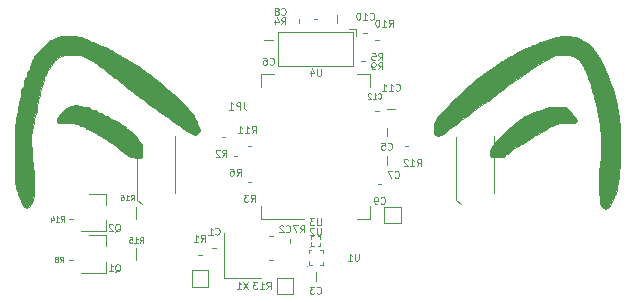
<source format=gbo>
G04 #@! TF.GenerationSoftware,KiCad,Pcbnew,6.0.0-d3dd2cf0fa~116~ubuntu20.04.1*
G04 #@! TF.CreationDate,2022-01-03T21:45:18+01:00*
G04 #@! TF.ProjectId,teebeutel_image_sensor,74656562-6575-4746-956c-5f696d616765,rev?*
G04 #@! TF.SameCoordinates,Original*
G04 #@! TF.FileFunction,Legend,Bot*
G04 #@! TF.FilePolarity,Positive*
%FSLAX46Y46*%
G04 Gerber Fmt 4.6, Leading zero omitted, Abs format (unit mm)*
G04 Created by KiCad (PCBNEW 6.0.0-d3dd2cf0fa~116~ubuntu20.04.1) date 2022-01-03 21:45:18*
%MOMM*%
%LPD*%
G01*
G04 APERTURE LIST*
%ADD10C,0.100000*%
%ADD11C,0.120000*%
%ADD12C,0.010000*%
G04 APERTURE END LIST*
D10*
X91500000Y-97414285D02*
X91528571Y-97442857D01*
X91614285Y-97471428D01*
X91671428Y-97471428D01*
X91757142Y-97442857D01*
X91814285Y-97385714D01*
X91842857Y-97328571D01*
X91871428Y-97214285D01*
X91871428Y-97128571D01*
X91842857Y-97014285D01*
X91814285Y-96957142D01*
X91757142Y-96900000D01*
X91671428Y-96871428D01*
X91614285Y-96871428D01*
X91528571Y-96900000D01*
X91500000Y-96928571D01*
X90928571Y-97471428D02*
X91271428Y-97471428D01*
X91100000Y-97471428D02*
X91100000Y-96871428D01*
X91157142Y-96957142D01*
X91214285Y-97014285D01*
X91271428Y-97042857D01*
X97500000Y-97214285D02*
X97528571Y-97242857D01*
X97614285Y-97271428D01*
X97671428Y-97271428D01*
X97757142Y-97242857D01*
X97814285Y-97185714D01*
X97842857Y-97128571D01*
X97871428Y-97014285D01*
X97871428Y-96928571D01*
X97842857Y-96814285D01*
X97814285Y-96757142D01*
X97757142Y-96700000D01*
X97671428Y-96671428D01*
X97614285Y-96671428D01*
X97528571Y-96700000D01*
X97500000Y-96728571D01*
X97271428Y-96728571D02*
X97242857Y-96700000D01*
X97185714Y-96671428D01*
X97042857Y-96671428D01*
X96985714Y-96700000D01*
X96957142Y-96728571D01*
X96928571Y-96785714D01*
X96928571Y-96842857D01*
X96957142Y-96928571D01*
X97300000Y-97271428D01*
X96928571Y-97271428D01*
X100100000Y-102414285D02*
X100128571Y-102442857D01*
X100214285Y-102471428D01*
X100271428Y-102471428D01*
X100357142Y-102442857D01*
X100414285Y-102385714D01*
X100442857Y-102328571D01*
X100471428Y-102214285D01*
X100471428Y-102128571D01*
X100442857Y-102014285D01*
X100414285Y-101957142D01*
X100357142Y-101900000D01*
X100271428Y-101871428D01*
X100214285Y-101871428D01*
X100128571Y-101900000D01*
X100100000Y-101928571D01*
X99900000Y-101871428D02*
X99528571Y-101871428D01*
X99728571Y-102100000D01*
X99642857Y-102100000D01*
X99585714Y-102128571D01*
X99557142Y-102157142D01*
X99528571Y-102214285D01*
X99528571Y-102357142D01*
X99557142Y-102414285D01*
X99585714Y-102442857D01*
X99642857Y-102471428D01*
X99814285Y-102471428D01*
X99871428Y-102442857D01*
X99900000Y-102414285D01*
X106100000Y-90214285D02*
X106128571Y-90242857D01*
X106214285Y-90271428D01*
X106271428Y-90271428D01*
X106357142Y-90242857D01*
X106414285Y-90185714D01*
X106442857Y-90128571D01*
X106471428Y-90014285D01*
X106471428Y-89928571D01*
X106442857Y-89814285D01*
X106414285Y-89757142D01*
X106357142Y-89700000D01*
X106271428Y-89671428D01*
X106214285Y-89671428D01*
X106128571Y-89700000D01*
X106100000Y-89728571D01*
X105557142Y-89671428D02*
X105842857Y-89671428D01*
X105871428Y-89957142D01*
X105842857Y-89928571D01*
X105785714Y-89900000D01*
X105642857Y-89900000D01*
X105585714Y-89928571D01*
X105557142Y-89957142D01*
X105528571Y-90014285D01*
X105528571Y-90157142D01*
X105557142Y-90214285D01*
X105585714Y-90242857D01*
X105642857Y-90271428D01*
X105785714Y-90271428D01*
X105842857Y-90242857D01*
X105871428Y-90214285D01*
X96100000Y-83014285D02*
X96128571Y-83042857D01*
X96214285Y-83071428D01*
X96271428Y-83071428D01*
X96357142Y-83042857D01*
X96414285Y-82985714D01*
X96442857Y-82928571D01*
X96471428Y-82814285D01*
X96471428Y-82728571D01*
X96442857Y-82614285D01*
X96414285Y-82557142D01*
X96357142Y-82500000D01*
X96271428Y-82471428D01*
X96214285Y-82471428D01*
X96128571Y-82500000D01*
X96100000Y-82528571D01*
X95585714Y-82471428D02*
X95700000Y-82471428D01*
X95757142Y-82500000D01*
X95785714Y-82528571D01*
X95842857Y-82614285D01*
X95871428Y-82728571D01*
X95871428Y-82957142D01*
X95842857Y-83014285D01*
X95814285Y-83042857D01*
X95757142Y-83071428D01*
X95642857Y-83071428D01*
X95585714Y-83042857D01*
X95557142Y-83014285D01*
X95528571Y-82957142D01*
X95528571Y-82814285D01*
X95557142Y-82757142D01*
X95585714Y-82728571D01*
X95642857Y-82700000D01*
X95757142Y-82700000D01*
X95814285Y-82728571D01*
X95842857Y-82757142D01*
X95871428Y-82814285D01*
X106700000Y-92614285D02*
X106728571Y-92642857D01*
X106814285Y-92671428D01*
X106871428Y-92671428D01*
X106957142Y-92642857D01*
X107014285Y-92585714D01*
X107042857Y-92528571D01*
X107071428Y-92414285D01*
X107071428Y-92328571D01*
X107042857Y-92214285D01*
X107014285Y-92157142D01*
X106957142Y-92100000D01*
X106871428Y-92071428D01*
X106814285Y-92071428D01*
X106728571Y-92100000D01*
X106700000Y-92128571D01*
X106500000Y-92071428D02*
X106100000Y-92071428D01*
X106357142Y-92671428D01*
X97100000Y-78814285D02*
X97128571Y-78842857D01*
X97214285Y-78871428D01*
X97271428Y-78871428D01*
X97357142Y-78842857D01*
X97414285Y-78785714D01*
X97442857Y-78728571D01*
X97471428Y-78614285D01*
X97471428Y-78528571D01*
X97442857Y-78414285D01*
X97414285Y-78357142D01*
X97357142Y-78300000D01*
X97271428Y-78271428D01*
X97214285Y-78271428D01*
X97128571Y-78300000D01*
X97100000Y-78328571D01*
X96757142Y-78528571D02*
X96814285Y-78500000D01*
X96842857Y-78471428D01*
X96871428Y-78414285D01*
X96871428Y-78385714D01*
X96842857Y-78328571D01*
X96814285Y-78300000D01*
X96757142Y-78271428D01*
X96642857Y-78271428D01*
X96585714Y-78300000D01*
X96557142Y-78328571D01*
X96528571Y-78385714D01*
X96528571Y-78414285D01*
X96557142Y-78471428D01*
X96585714Y-78500000D01*
X96642857Y-78528571D01*
X96757142Y-78528571D01*
X96814285Y-78557142D01*
X96842857Y-78585714D01*
X96871428Y-78642857D01*
X96871428Y-78757142D01*
X96842857Y-78814285D01*
X96814285Y-78842857D01*
X96757142Y-78871428D01*
X96642857Y-78871428D01*
X96585714Y-78842857D01*
X96557142Y-78814285D01*
X96528571Y-78757142D01*
X96528571Y-78642857D01*
X96557142Y-78585714D01*
X96585714Y-78557142D01*
X96642857Y-78528571D01*
X105500000Y-94814285D02*
X105528571Y-94842857D01*
X105614285Y-94871428D01*
X105671428Y-94871428D01*
X105757142Y-94842857D01*
X105814285Y-94785714D01*
X105842857Y-94728571D01*
X105871428Y-94614285D01*
X105871428Y-94528571D01*
X105842857Y-94414285D01*
X105814285Y-94357142D01*
X105757142Y-94300000D01*
X105671428Y-94271428D01*
X105614285Y-94271428D01*
X105528571Y-94300000D01*
X105500000Y-94328571D01*
X105214285Y-94871428D02*
X105100000Y-94871428D01*
X105042857Y-94842857D01*
X105014285Y-94814285D01*
X104957142Y-94728571D01*
X104928571Y-94614285D01*
X104928571Y-94385714D01*
X104957142Y-94328571D01*
X104985714Y-94300000D01*
X105042857Y-94271428D01*
X105157142Y-94271428D01*
X105214285Y-94300000D01*
X105242857Y-94328571D01*
X105271428Y-94385714D01*
X105271428Y-94528571D01*
X105242857Y-94585714D01*
X105214285Y-94614285D01*
X105157142Y-94642857D01*
X105042857Y-94642857D01*
X104985714Y-94614285D01*
X104957142Y-94585714D01*
X104928571Y-94528571D01*
X104585714Y-79214285D02*
X104614285Y-79242857D01*
X104700000Y-79271428D01*
X104757142Y-79271428D01*
X104842857Y-79242857D01*
X104900000Y-79185714D01*
X104928571Y-79128571D01*
X104957142Y-79014285D01*
X104957142Y-78928571D01*
X104928571Y-78814285D01*
X104900000Y-78757142D01*
X104842857Y-78700000D01*
X104757142Y-78671428D01*
X104700000Y-78671428D01*
X104614285Y-78700000D01*
X104585714Y-78728571D01*
X104014285Y-79271428D02*
X104357142Y-79271428D01*
X104185714Y-79271428D02*
X104185714Y-78671428D01*
X104242857Y-78757142D01*
X104300000Y-78814285D01*
X104357142Y-78842857D01*
X103642857Y-78671428D02*
X103585714Y-78671428D01*
X103528571Y-78700000D01*
X103500000Y-78728571D01*
X103471428Y-78785714D01*
X103442857Y-78900000D01*
X103442857Y-79042857D01*
X103471428Y-79157142D01*
X103500000Y-79214285D01*
X103528571Y-79242857D01*
X103585714Y-79271428D01*
X103642857Y-79271428D01*
X103700000Y-79242857D01*
X103728571Y-79214285D01*
X103757142Y-79157142D01*
X103785714Y-79042857D01*
X103785714Y-78900000D01*
X103757142Y-78785714D01*
X103728571Y-78728571D01*
X103700000Y-78700000D01*
X103642857Y-78671428D01*
X106785714Y-85214285D02*
X106814285Y-85242857D01*
X106900000Y-85271428D01*
X106957142Y-85271428D01*
X107042857Y-85242857D01*
X107100000Y-85185714D01*
X107128571Y-85128571D01*
X107157142Y-85014285D01*
X107157142Y-84928571D01*
X107128571Y-84814285D01*
X107100000Y-84757142D01*
X107042857Y-84700000D01*
X106957142Y-84671428D01*
X106900000Y-84671428D01*
X106814285Y-84700000D01*
X106785714Y-84728571D01*
X106214285Y-85271428D02*
X106557142Y-85271428D01*
X106385714Y-85271428D02*
X106385714Y-84671428D01*
X106442857Y-84757142D01*
X106500000Y-84814285D01*
X106557142Y-84842857D01*
X105642857Y-85271428D02*
X105985714Y-85271428D01*
X105814285Y-85271428D02*
X105814285Y-84671428D01*
X105871428Y-84757142D01*
X105928571Y-84814285D01*
X105985714Y-84842857D01*
X93900000Y-86271428D02*
X93900000Y-86700000D01*
X93928571Y-86785714D01*
X93985714Y-86842857D01*
X94071428Y-86871428D01*
X94128571Y-86871428D01*
X93614285Y-86871428D02*
X93614285Y-86271428D01*
X93385714Y-86271428D01*
X93328571Y-86300000D01*
X93300000Y-86328571D01*
X93271428Y-86385714D01*
X93271428Y-86471428D01*
X93300000Y-86528571D01*
X93328571Y-86557142D01*
X93385714Y-86585714D01*
X93614285Y-86585714D01*
X92700000Y-86871428D02*
X93042857Y-86871428D01*
X92871428Y-86871428D02*
X92871428Y-86271428D01*
X92928571Y-86357142D01*
X92985714Y-86414285D01*
X93042857Y-86442857D01*
X90300000Y-98071428D02*
X90500000Y-97785714D01*
X90642857Y-98071428D02*
X90642857Y-97471428D01*
X90414285Y-97471428D01*
X90357142Y-97500000D01*
X90328571Y-97528571D01*
X90300000Y-97585714D01*
X90300000Y-97671428D01*
X90328571Y-97728571D01*
X90357142Y-97757142D01*
X90414285Y-97785714D01*
X90642857Y-97785714D01*
X89728571Y-98071428D02*
X90071428Y-98071428D01*
X89900000Y-98071428D02*
X89900000Y-97471428D01*
X89957142Y-97557142D01*
X90014285Y-97614285D01*
X90071428Y-97642857D01*
X92100000Y-90871428D02*
X92300000Y-90585714D01*
X92442857Y-90871428D02*
X92442857Y-90271428D01*
X92214285Y-90271428D01*
X92157142Y-90300000D01*
X92128571Y-90328571D01*
X92100000Y-90385714D01*
X92100000Y-90471428D01*
X92128571Y-90528571D01*
X92157142Y-90557142D01*
X92214285Y-90585714D01*
X92442857Y-90585714D01*
X91871428Y-90328571D02*
X91842857Y-90300000D01*
X91785714Y-90271428D01*
X91642857Y-90271428D01*
X91585714Y-90300000D01*
X91557142Y-90328571D01*
X91528571Y-90385714D01*
X91528571Y-90442857D01*
X91557142Y-90528571D01*
X91900000Y-90871428D01*
X91528571Y-90871428D01*
X94500000Y-94671428D02*
X94700000Y-94385714D01*
X94842857Y-94671428D02*
X94842857Y-94071428D01*
X94614285Y-94071428D01*
X94557142Y-94100000D01*
X94528571Y-94128571D01*
X94500000Y-94185714D01*
X94500000Y-94271428D01*
X94528571Y-94328571D01*
X94557142Y-94357142D01*
X94614285Y-94385714D01*
X94842857Y-94385714D01*
X94300000Y-94071428D02*
X93928571Y-94071428D01*
X94128571Y-94300000D01*
X94042857Y-94300000D01*
X93985714Y-94328571D01*
X93957142Y-94357142D01*
X93928571Y-94414285D01*
X93928571Y-94557142D01*
X93957142Y-94614285D01*
X93985714Y-94642857D01*
X94042857Y-94671428D01*
X94214285Y-94671428D01*
X94271428Y-94642857D01*
X94300000Y-94614285D01*
X97100000Y-79671428D02*
X97300000Y-79385714D01*
X97442857Y-79671428D02*
X97442857Y-79071428D01*
X97214285Y-79071428D01*
X97157142Y-79100000D01*
X97128571Y-79128571D01*
X97100000Y-79185714D01*
X97100000Y-79271428D01*
X97128571Y-79328571D01*
X97157142Y-79357142D01*
X97214285Y-79385714D01*
X97442857Y-79385714D01*
X96585714Y-79271428D02*
X96585714Y-79671428D01*
X96728571Y-79042857D02*
X96871428Y-79471428D01*
X96500000Y-79471428D01*
X105300000Y-82671428D02*
X105500000Y-82385714D01*
X105642857Y-82671428D02*
X105642857Y-82071428D01*
X105414285Y-82071428D01*
X105357142Y-82100000D01*
X105328571Y-82128571D01*
X105300000Y-82185714D01*
X105300000Y-82271428D01*
X105328571Y-82328571D01*
X105357142Y-82357142D01*
X105414285Y-82385714D01*
X105642857Y-82385714D01*
X104757142Y-82071428D02*
X105042857Y-82071428D01*
X105071428Y-82357142D01*
X105042857Y-82328571D01*
X104985714Y-82300000D01*
X104842857Y-82300000D01*
X104785714Y-82328571D01*
X104757142Y-82357142D01*
X104728571Y-82414285D01*
X104728571Y-82557142D01*
X104757142Y-82614285D01*
X104785714Y-82642857D01*
X104842857Y-82671428D01*
X104985714Y-82671428D01*
X105042857Y-82642857D01*
X105071428Y-82614285D01*
X93300000Y-92471428D02*
X93500000Y-92185714D01*
X93642857Y-92471428D02*
X93642857Y-91871428D01*
X93414285Y-91871428D01*
X93357142Y-91900000D01*
X93328571Y-91928571D01*
X93300000Y-91985714D01*
X93300000Y-92071428D01*
X93328571Y-92128571D01*
X93357142Y-92157142D01*
X93414285Y-92185714D01*
X93642857Y-92185714D01*
X92785714Y-91871428D02*
X92900000Y-91871428D01*
X92957142Y-91900000D01*
X92985714Y-91928571D01*
X93042857Y-92014285D01*
X93071428Y-92128571D01*
X93071428Y-92357142D01*
X93042857Y-92414285D01*
X93014285Y-92442857D01*
X92957142Y-92471428D01*
X92842857Y-92471428D01*
X92785714Y-92442857D01*
X92757142Y-92414285D01*
X92728571Y-92357142D01*
X92728571Y-92214285D01*
X92757142Y-92157142D01*
X92785714Y-92128571D01*
X92842857Y-92100000D01*
X92957142Y-92100000D01*
X93014285Y-92128571D01*
X93042857Y-92157142D01*
X93071428Y-92214285D01*
X98700000Y-97271428D02*
X98900000Y-96985714D01*
X99042857Y-97271428D02*
X99042857Y-96671428D01*
X98814285Y-96671428D01*
X98757142Y-96700000D01*
X98728571Y-96728571D01*
X98700000Y-96785714D01*
X98700000Y-96871428D01*
X98728571Y-96928571D01*
X98757142Y-96957142D01*
X98814285Y-96985714D01*
X99042857Y-96985714D01*
X98500000Y-96671428D02*
X98100000Y-96671428D01*
X98357142Y-97271428D01*
X105300000Y-83471428D02*
X105500000Y-83185714D01*
X105642857Y-83471428D02*
X105642857Y-82871428D01*
X105414285Y-82871428D01*
X105357142Y-82900000D01*
X105328571Y-82928571D01*
X105300000Y-82985714D01*
X105300000Y-83071428D01*
X105328571Y-83128571D01*
X105357142Y-83157142D01*
X105414285Y-83185714D01*
X105642857Y-83185714D01*
X105014285Y-83471428D02*
X104900000Y-83471428D01*
X104842857Y-83442857D01*
X104814285Y-83414285D01*
X104757142Y-83328571D01*
X104728571Y-83214285D01*
X104728571Y-82985714D01*
X104757142Y-82928571D01*
X104785714Y-82900000D01*
X104842857Y-82871428D01*
X104957142Y-82871428D01*
X105014285Y-82900000D01*
X105042857Y-82928571D01*
X105071428Y-82985714D01*
X105071428Y-83128571D01*
X105042857Y-83185714D01*
X105014285Y-83214285D01*
X104957142Y-83242857D01*
X104842857Y-83242857D01*
X104785714Y-83214285D01*
X104757142Y-83185714D01*
X104728571Y-83128571D01*
X106185714Y-79871428D02*
X106385714Y-79585714D01*
X106528571Y-79871428D02*
X106528571Y-79271428D01*
X106300000Y-79271428D01*
X106242857Y-79300000D01*
X106214285Y-79328571D01*
X106185714Y-79385714D01*
X106185714Y-79471428D01*
X106214285Y-79528571D01*
X106242857Y-79557142D01*
X106300000Y-79585714D01*
X106528571Y-79585714D01*
X105614285Y-79871428D02*
X105957142Y-79871428D01*
X105785714Y-79871428D02*
X105785714Y-79271428D01*
X105842857Y-79357142D01*
X105900000Y-79414285D01*
X105957142Y-79442857D01*
X105242857Y-79271428D02*
X105185714Y-79271428D01*
X105128571Y-79300000D01*
X105100000Y-79328571D01*
X105071428Y-79385714D01*
X105042857Y-79500000D01*
X105042857Y-79642857D01*
X105071428Y-79757142D01*
X105100000Y-79814285D01*
X105128571Y-79842857D01*
X105185714Y-79871428D01*
X105242857Y-79871428D01*
X105300000Y-79842857D01*
X105328571Y-79814285D01*
X105357142Y-79757142D01*
X105385714Y-79642857D01*
X105385714Y-79500000D01*
X105357142Y-79385714D01*
X105328571Y-79328571D01*
X105300000Y-79300000D01*
X105242857Y-79271428D01*
X94585714Y-88871428D02*
X94785714Y-88585714D01*
X94928571Y-88871428D02*
X94928571Y-88271428D01*
X94700000Y-88271428D01*
X94642857Y-88300000D01*
X94614285Y-88328571D01*
X94585714Y-88385714D01*
X94585714Y-88471428D01*
X94614285Y-88528571D01*
X94642857Y-88557142D01*
X94700000Y-88585714D01*
X94928571Y-88585714D01*
X94014285Y-88871428D02*
X94357142Y-88871428D01*
X94185714Y-88871428D02*
X94185714Y-88271428D01*
X94242857Y-88357142D01*
X94300000Y-88414285D01*
X94357142Y-88442857D01*
X93442857Y-88871428D02*
X93785714Y-88871428D01*
X93614285Y-88871428D02*
X93614285Y-88271428D01*
X93671428Y-88357142D01*
X93728571Y-88414285D01*
X93785714Y-88442857D01*
X108585714Y-91671428D02*
X108785714Y-91385714D01*
X108928571Y-91671428D02*
X108928571Y-91071428D01*
X108700000Y-91071428D01*
X108642857Y-91100000D01*
X108614285Y-91128571D01*
X108585714Y-91185714D01*
X108585714Y-91271428D01*
X108614285Y-91328571D01*
X108642857Y-91357142D01*
X108700000Y-91385714D01*
X108928571Y-91385714D01*
X108014285Y-91671428D02*
X108357142Y-91671428D01*
X108185714Y-91671428D02*
X108185714Y-91071428D01*
X108242857Y-91157142D01*
X108300000Y-91214285D01*
X108357142Y-91242857D01*
X107785714Y-91128571D02*
X107757142Y-91100000D01*
X107700000Y-91071428D01*
X107557142Y-91071428D01*
X107500000Y-91100000D01*
X107471428Y-91128571D01*
X107442857Y-91185714D01*
X107442857Y-91242857D01*
X107471428Y-91328571D01*
X107814285Y-91671428D01*
X107442857Y-91671428D01*
X95835714Y-102071428D02*
X96035714Y-101785714D01*
X96178571Y-102071428D02*
X96178571Y-101471428D01*
X95950000Y-101471428D01*
X95892857Y-101500000D01*
X95864285Y-101528571D01*
X95835714Y-101585714D01*
X95835714Y-101671428D01*
X95864285Y-101728571D01*
X95892857Y-101757142D01*
X95950000Y-101785714D01*
X96178571Y-101785714D01*
X95264285Y-102071428D02*
X95607142Y-102071428D01*
X95435714Y-102071428D02*
X95435714Y-101471428D01*
X95492857Y-101557142D01*
X95550000Y-101614285D01*
X95607142Y-101642857D01*
X95064285Y-101471428D02*
X94692857Y-101471428D01*
X94892857Y-101700000D01*
X94807142Y-101700000D01*
X94750000Y-101728571D01*
X94721428Y-101757142D01*
X94692857Y-101814285D01*
X94692857Y-101957142D01*
X94721428Y-102014285D01*
X94750000Y-102042857D01*
X94807142Y-102071428D01*
X94978571Y-102071428D01*
X95035714Y-102042857D01*
X95064285Y-102014285D01*
X103657142Y-99071428D02*
X103657142Y-99557142D01*
X103628571Y-99614285D01*
X103600000Y-99642857D01*
X103542857Y-99671428D01*
X103428571Y-99671428D01*
X103371428Y-99642857D01*
X103342857Y-99614285D01*
X103314285Y-99557142D01*
X103314285Y-99071428D01*
X102714285Y-99671428D02*
X103057142Y-99671428D01*
X102885714Y-99671428D02*
X102885714Y-99071428D01*
X102942857Y-99157142D01*
X103000000Y-99214285D01*
X103057142Y-99242857D01*
X100457142Y-96871428D02*
X100457142Y-97357142D01*
X100428571Y-97414285D01*
X100400000Y-97442857D01*
X100342857Y-97471428D01*
X100228571Y-97471428D01*
X100171428Y-97442857D01*
X100142857Y-97414285D01*
X100114285Y-97357142D01*
X100114285Y-96871428D01*
X99857142Y-96928571D02*
X99828571Y-96900000D01*
X99771428Y-96871428D01*
X99628571Y-96871428D01*
X99571428Y-96900000D01*
X99542857Y-96928571D01*
X99514285Y-96985714D01*
X99514285Y-97042857D01*
X99542857Y-97128571D01*
X99885714Y-97471428D01*
X99514285Y-97471428D01*
X100457142Y-96071428D02*
X100457142Y-96557142D01*
X100428571Y-96614285D01*
X100400000Y-96642857D01*
X100342857Y-96671428D01*
X100228571Y-96671428D01*
X100171428Y-96642857D01*
X100142857Y-96614285D01*
X100114285Y-96557142D01*
X100114285Y-96071428D01*
X99885714Y-96071428D02*
X99514285Y-96071428D01*
X99714285Y-96300000D01*
X99628571Y-96300000D01*
X99571428Y-96328571D01*
X99542857Y-96357142D01*
X99514285Y-96414285D01*
X99514285Y-96557142D01*
X99542857Y-96614285D01*
X99571428Y-96642857D01*
X99628571Y-96671428D01*
X99800000Y-96671428D01*
X99857142Y-96642857D01*
X99885714Y-96614285D01*
X100457142Y-83421428D02*
X100457142Y-83907142D01*
X100428571Y-83964285D01*
X100400000Y-83992857D01*
X100342857Y-84021428D01*
X100228571Y-84021428D01*
X100171428Y-83992857D01*
X100142857Y-83964285D01*
X100114285Y-83907142D01*
X100114285Y-83421428D01*
X99571428Y-83621428D02*
X99571428Y-84021428D01*
X99714285Y-83392857D02*
X99857142Y-83821428D01*
X99485714Y-83821428D01*
X94285714Y-101471428D02*
X93885714Y-102071428D01*
X93885714Y-101471428D02*
X94285714Y-102071428D01*
X93342857Y-102071428D02*
X93685714Y-102071428D01*
X93514285Y-102071428D02*
X93514285Y-101471428D01*
X93571428Y-101557142D01*
X93628571Y-101614285D01*
X93685714Y-101642857D01*
X105289285Y-85910714D02*
X105310714Y-85932142D01*
X105375000Y-85953571D01*
X105417857Y-85953571D01*
X105482142Y-85932142D01*
X105525000Y-85889285D01*
X105546428Y-85846428D01*
X105567857Y-85760714D01*
X105567857Y-85696428D01*
X105546428Y-85610714D01*
X105525000Y-85567857D01*
X105482142Y-85525000D01*
X105417857Y-85503571D01*
X105375000Y-85503571D01*
X105310714Y-85525000D01*
X105289285Y-85546428D01*
X104860714Y-85953571D02*
X105117857Y-85953571D01*
X104989285Y-85953571D02*
X104989285Y-85503571D01*
X105032142Y-85567857D01*
X105075000Y-85610714D01*
X105117857Y-85632142D01*
X104689285Y-85546428D02*
X104667857Y-85525000D01*
X104625000Y-85503571D01*
X104517857Y-85503571D01*
X104475000Y-85525000D01*
X104453571Y-85546428D01*
X104432142Y-85589285D01*
X104432142Y-85632142D01*
X104453571Y-85696428D01*
X104710714Y-85953571D01*
X104432142Y-85953571D01*
X83007142Y-100628571D02*
X83064285Y-100600000D01*
X83121428Y-100542857D01*
X83207142Y-100457142D01*
X83264285Y-100428571D01*
X83321428Y-100428571D01*
X83292857Y-100571428D02*
X83350000Y-100542857D01*
X83407142Y-100485714D01*
X83435714Y-100371428D01*
X83435714Y-100171428D01*
X83407142Y-100057142D01*
X83350000Y-100000000D01*
X83292857Y-99971428D01*
X83178571Y-99971428D01*
X83121428Y-100000000D01*
X83064285Y-100057142D01*
X83035714Y-100171428D01*
X83035714Y-100371428D01*
X83064285Y-100485714D01*
X83121428Y-100542857D01*
X83178571Y-100571428D01*
X83292857Y-100571428D01*
X82464285Y-100571428D02*
X82807142Y-100571428D01*
X82635714Y-100571428D02*
X82635714Y-99971428D01*
X82692857Y-100057142D01*
X82750000Y-100114285D01*
X82807142Y-100142857D01*
X83007142Y-97228571D02*
X83064285Y-97200000D01*
X83121428Y-97142857D01*
X83207142Y-97057142D01*
X83264285Y-97028571D01*
X83321428Y-97028571D01*
X83292857Y-97171428D02*
X83350000Y-97142857D01*
X83407142Y-97085714D01*
X83435714Y-96971428D01*
X83435714Y-96771428D01*
X83407142Y-96657142D01*
X83350000Y-96600000D01*
X83292857Y-96571428D01*
X83178571Y-96571428D01*
X83121428Y-96600000D01*
X83064285Y-96657142D01*
X83035714Y-96771428D01*
X83035714Y-96971428D01*
X83064285Y-97085714D01*
X83121428Y-97142857D01*
X83178571Y-97171428D01*
X83292857Y-97171428D01*
X82807142Y-96628571D02*
X82778571Y-96600000D01*
X82721428Y-96571428D01*
X82578571Y-96571428D01*
X82521428Y-96600000D01*
X82492857Y-96628571D01*
X82464285Y-96685714D01*
X82464285Y-96742857D01*
X82492857Y-96828571D01*
X82835714Y-97171428D01*
X82464285Y-97171428D01*
X78375000Y-99803571D02*
X78525000Y-99589285D01*
X78632142Y-99803571D02*
X78632142Y-99353571D01*
X78460714Y-99353571D01*
X78417857Y-99375000D01*
X78396428Y-99396428D01*
X78375000Y-99439285D01*
X78375000Y-99503571D01*
X78396428Y-99546428D01*
X78417857Y-99567857D01*
X78460714Y-99589285D01*
X78632142Y-99589285D01*
X78117857Y-99546428D02*
X78160714Y-99525000D01*
X78182142Y-99503571D01*
X78203571Y-99460714D01*
X78203571Y-99439285D01*
X78182142Y-99396428D01*
X78160714Y-99375000D01*
X78117857Y-99353571D01*
X78032142Y-99353571D01*
X77989285Y-99375000D01*
X77967857Y-99396428D01*
X77946428Y-99439285D01*
X77946428Y-99460714D01*
X77967857Y-99503571D01*
X77989285Y-99525000D01*
X78032142Y-99546428D01*
X78117857Y-99546428D01*
X78160714Y-99567857D01*
X78182142Y-99589285D01*
X78203571Y-99632142D01*
X78203571Y-99717857D01*
X78182142Y-99760714D01*
X78160714Y-99782142D01*
X78117857Y-99803571D01*
X78032142Y-99803571D01*
X77989285Y-99782142D01*
X77967857Y-99760714D01*
X77946428Y-99717857D01*
X77946428Y-99632142D01*
X77967857Y-99589285D01*
X77989285Y-99567857D01*
X78032142Y-99546428D01*
X78439285Y-96353571D02*
X78589285Y-96139285D01*
X78696428Y-96353571D02*
X78696428Y-95903571D01*
X78525000Y-95903571D01*
X78482142Y-95925000D01*
X78460714Y-95946428D01*
X78439285Y-95989285D01*
X78439285Y-96053571D01*
X78460714Y-96096428D01*
X78482142Y-96117857D01*
X78525000Y-96139285D01*
X78696428Y-96139285D01*
X78010714Y-96353571D02*
X78267857Y-96353571D01*
X78139285Y-96353571D02*
X78139285Y-95903571D01*
X78182142Y-95967857D01*
X78225000Y-96010714D01*
X78267857Y-96032142D01*
X77625000Y-96053571D02*
X77625000Y-96353571D01*
X77732142Y-95882142D02*
X77839285Y-96203571D01*
X77560714Y-96203571D01*
X85089285Y-98153571D02*
X85239285Y-97939285D01*
X85346428Y-98153571D02*
X85346428Y-97703571D01*
X85175000Y-97703571D01*
X85132142Y-97725000D01*
X85110714Y-97746428D01*
X85089285Y-97789285D01*
X85089285Y-97853571D01*
X85110714Y-97896428D01*
X85132142Y-97917857D01*
X85175000Y-97939285D01*
X85346428Y-97939285D01*
X84660714Y-98153571D02*
X84917857Y-98153571D01*
X84789285Y-98153571D02*
X84789285Y-97703571D01*
X84832142Y-97767857D01*
X84875000Y-97810714D01*
X84917857Y-97832142D01*
X84253571Y-97703571D02*
X84467857Y-97703571D01*
X84489285Y-97917857D01*
X84467857Y-97896428D01*
X84425000Y-97875000D01*
X84317857Y-97875000D01*
X84275000Y-97896428D01*
X84253571Y-97917857D01*
X84232142Y-97960714D01*
X84232142Y-98067857D01*
X84253571Y-98110714D01*
X84275000Y-98132142D01*
X84317857Y-98153571D01*
X84425000Y-98153571D01*
X84467857Y-98132142D01*
X84489285Y-98110714D01*
X84339285Y-94553571D02*
X84489285Y-94339285D01*
X84596428Y-94553571D02*
X84596428Y-94103571D01*
X84425000Y-94103571D01*
X84382142Y-94125000D01*
X84360714Y-94146428D01*
X84339285Y-94189285D01*
X84339285Y-94253571D01*
X84360714Y-94296428D01*
X84382142Y-94317857D01*
X84425000Y-94339285D01*
X84596428Y-94339285D01*
X83910714Y-94553571D02*
X84167857Y-94553571D01*
X84039285Y-94553571D02*
X84039285Y-94103571D01*
X84082142Y-94167857D01*
X84125000Y-94210714D01*
X84167857Y-94232142D01*
X83525000Y-94103571D02*
X83610714Y-94103571D01*
X83653571Y-94125000D01*
X83675000Y-94146428D01*
X83717857Y-94210714D01*
X83739285Y-94296428D01*
X83739285Y-94467857D01*
X83717857Y-94510714D01*
X83696428Y-94532142D01*
X83653571Y-94553571D01*
X83567857Y-94553571D01*
X83525000Y-94532142D01*
X83503571Y-94510714D01*
X83482142Y-94467857D01*
X83482142Y-94360714D01*
X83503571Y-94317857D01*
X83525000Y-94296428D01*
X83567857Y-94275000D01*
X83653571Y-94275000D01*
X83696428Y-94296428D01*
X83717857Y-94317857D01*
X83739285Y-94360714D01*
D11*
X91250000Y-98600000D02*
X91550000Y-98600000D01*
X96050000Y-97600000D02*
X96350000Y-97600000D01*
X100000000Y-101350000D02*
X100000000Y-100650000D01*
X106000000Y-88450000D02*
X106000000Y-89150000D01*
X95650000Y-81000000D02*
X96350000Y-81000000D01*
X106000000Y-90850000D02*
X106000000Y-91550000D01*
X99850000Y-79200000D02*
X100150000Y-79200000D01*
X105550000Y-93200000D02*
X105250000Y-93200000D01*
X101800000Y-78850000D02*
X101800000Y-79550000D01*
X106050000Y-86800000D02*
X106750000Y-86800000D01*
X90350000Y-99200000D02*
X90050000Y-99200000D01*
X92050000Y-89200000D02*
X92350000Y-89200000D01*
X94250000Y-93000000D02*
X94550000Y-93000000D01*
X98600000Y-79550000D02*
X98600000Y-79250000D01*
X105050000Y-81000000D02*
X105350000Y-81000000D01*
X93350000Y-90800000D02*
X93050000Y-90800000D01*
X97800000Y-97850000D02*
X97800000Y-98150000D01*
X103850000Y-82800000D02*
X104150000Y-82800000D01*
X104350000Y-80400000D02*
X104050000Y-80400000D01*
X94250000Y-90000000D02*
X94550000Y-90000000D01*
X107850000Y-90000000D02*
X107550000Y-90000000D01*
X96350000Y-99600000D02*
X96050000Y-99600000D01*
X96700000Y-101100000D02*
X96700000Y-102500000D01*
X98100000Y-101100000D02*
X96700000Y-101100000D01*
X96700000Y-102500000D02*
X98100000Y-102500000D01*
X98100000Y-102500000D02*
X98100000Y-101100000D01*
X107200000Y-95100000D02*
X105800000Y-95100000D01*
X105800000Y-95100000D02*
X105800000Y-96500000D01*
X105800000Y-96500000D02*
X107200000Y-96500000D01*
X107200000Y-96500000D02*
X107200000Y-95100000D01*
X89500000Y-100500000D02*
X89500000Y-101900000D01*
X90900000Y-100500000D02*
X89500000Y-100500000D01*
X89500000Y-101900000D02*
X90900000Y-101900000D01*
X90900000Y-101900000D02*
X90900000Y-100500000D01*
D10*
X99400000Y-98800000D02*
X99400000Y-99000000D01*
X100600000Y-99000000D02*
X100600000Y-98800000D01*
X100600000Y-100000000D02*
X100600000Y-99800000D01*
X99400000Y-100000000D02*
X99700000Y-100000000D01*
X100600000Y-98800000D02*
X100400000Y-98800000D01*
X99400000Y-99700000D02*
X99400000Y-100000000D01*
X99600000Y-98800000D02*
X99400000Y-98800000D01*
X100400000Y-100000000D02*
X100600000Y-100000000D01*
D11*
X99300000Y-100100000D02*
G75*
G03*
X99300000Y-100100000I0J0D01*
G01*
D10*
X100400000Y-98400000D02*
X100400000Y-98200000D01*
X100400000Y-97600000D02*
X100200000Y-97600000D01*
X99800000Y-97600000D02*
X99600000Y-97600000D01*
X99600000Y-97600000D02*
X99600000Y-97800000D01*
X99600000Y-98400000D02*
X99900000Y-98400000D01*
X99600000Y-98100000D02*
X99600000Y-98400000D01*
X100200000Y-98400000D02*
X100400000Y-98400000D01*
X100400000Y-97800000D02*
X100400000Y-97600000D01*
D11*
X99500000Y-98500000D02*
G75*
G03*
X99500000Y-98500000I0J0D01*
G01*
X95400000Y-96100000D02*
X99000000Y-96100000D01*
X104600000Y-83900000D02*
X103500000Y-83900000D01*
X104600000Y-96100000D02*
X104600000Y-95000000D01*
X104600000Y-96100000D02*
X103500000Y-96100000D01*
X95400000Y-83900000D02*
X95400000Y-85000000D01*
X95400000Y-83900000D02*
X96500000Y-83900000D01*
X104600000Y-83900000D02*
X104600000Y-85000000D01*
X95400000Y-96100000D02*
X95400000Y-95000000D01*
X103150000Y-80285000D02*
X96850000Y-80285000D01*
X96850000Y-83215000D02*
X103150000Y-83215000D01*
X103150000Y-80285000D02*
X103150000Y-83215000D01*
X103400000Y-80630000D02*
X103400000Y-80030000D01*
X103400000Y-80030000D02*
X102800000Y-80030000D01*
X96850000Y-80285000D02*
X96850000Y-83215000D01*
X95375000Y-101100000D02*
X92225000Y-101100000D01*
X92225000Y-101100000D02*
X92225000Y-97300000D01*
X105050000Y-87000000D02*
X105350000Y-87000000D01*
X84900000Y-94500000D02*
X85300000Y-94900000D01*
X88100000Y-93900000D02*
X88100000Y-89100000D01*
X84900000Y-89200000D02*
X84900000Y-94500000D01*
X115100000Y-93900000D02*
X115100000Y-89100000D01*
X111900000Y-94500000D02*
X112300000Y-94900000D01*
X111900000Y-89200000D02*
X111900000Y-94500000D01*
X82260000Y-100680000D02*
X82260000Y-99750000D01*
X82260000Y-97520000D02*
X80800000Y-97520000D01*
X82260000Y-97520000D02*
X82260000Y-98450000D01*
X82260000Y-100680000D02*
X80100000Y-100680000D01*
X82260000Y-97180000D02*
X82260000Y-96250000D01*
X82260000Y-94020000D02*
X80800000Y-94020000D01*
X82260000Y-94020000D02*
X82260000Y-94950000D01*
X82260000Y-97180000D02*
X80100000Y-97180000D01*
X79150000Y-99600000D02*
X79450000Y-99600000D01*
X79150000Y-96100000D02*
X79450000Y-96100000D01*
X84800000Y-99600000D02*
X84800000Y-98600000D01*
X84800000Y-96100000D02*
X84800000Y-95100000D01*
D12*
X119931012Y-86680541D02*
X119435789Y-86778005D01*
X119435789Y-86778005D02*
X119324820Y-86811260D01*
X119324820Y-86811260D02*
X118842564Y-86970842D01*
X118842564Y-86970842D02*
X118453965Y-87111393D01*
X118453965Y-87111393D02*
X118180669Y-87224843D01*
X118180669Y-87224843D02*
X118087879Y-87272450D01*
X118087879Y-87272450D02*
X117938607Y-87354208D01*
X117938607Y-87354208D02*
X117741712Y-87455388D01*
X117741712Y-87455388D02*
X117741515Y-87455487D01*
X117741515Y-87455487D02*
X117399899Y-87642740D01*
X117399899Y-87642740D02*
X117194530Y-87797639D01*
X117194530Y-87797639D02*
X117141176Y-87862273D01*
X117141176Y-87862273D02*
X117019892Y-87950474D01*
X117019892Y-87950474D02*
X116971818Y-87958485D01*
X116971818Y-87958485D02*
X116838732Y-88017104D01*
X116838732Y-88017104D02*
X116802461Y-88060161D01*
X116802461Y-88060161D02*
X116712301Y-88159288D01*
X116712301Y-88159288D02*
X116539632Y-88314968D01*
X116539632Y-88314968D02*
X116356061Y-88466016D01*
X116356061Y-88466016D02*
X115838127Y-88916262D01*
X115838127Y-88916262D02*
X115408150Y-89373829D01*
X115408150Y-89373829D02*
X115084067Y-89817174D01*
X115084067Y-89817174D02*
X114883817Y-90224756D01*
X114883817Y-90224756D02*
X114878455Y-90240555D01*
X114878455Y-90240555D02*
X114804936Y-90497718D01*
X114804936Y-90497718D02*
X114768482Y-90701713D01*
X114768482Y-90701713D02*
X114775060Y-90801312D01*
X114775060Y-90801312D02*
X114896463Y-90873217D01*
X114896463Y-90873217D02*
X115127638Y-90915790D01*
X115127638Y-90915790D02*
X115426316Y-90923816D01*
X115426316Y-90923816D02*
X115638233Y-90907849D01*
X115638233Y-90907849D02*
X115851052Y-90857052D01*
X115851052Y-90857052D02*
X116001366Y-90776045D01*
X116001366Y-90776045D02*
X116013263Y-90763582D01*
X116013263Y-90763582D02*
X116130261Y-90668879D01*
X116130261Y-90668879D02*
X116185847Y-90652425D01*
X116185847Y-90652425D02*
X116300891Y-90603572D01*
X116300891Y-90603572D02*
X116388089Y-90533762D01*
X116388089Y-90533762D02*
X116536049Y-90405967D01*
X116536049Y-90405967D02*
X116744355Y-90245155D01*
X116744355Y-90245155D02*
X116975099Y-90078142D01*
X116975099Y-90078142D02*
X117190375Y-89931744D01*
X117190375Y-89931744D02*
X117352274Y-89832777D01*
X117352274Y-89832777D02*
X117417219Y-89805758D01*
X117417219Y-89805758D02*
X117515865Y-89761668D01*
X117515865Y-89761668D02*
X117683031Y-89650191D01*
X117683031Y-89650191D02*
X117768924Y-89585125D01*
X117768924Y-89585125D02*
X117979148Y-89437404D01*
X117979148Y-89437404D02*
X118170970Y-89330777D01*
X118170970Y-89330777D02*
X118222576Y-89310545D01*
X118222576Y-89310545D02*
X118356789Y-89244107D01*
X118356789Y-89244107D02*
X118395758Y-89190000D01*
X118395758Y-89190000D02*
X118459847Y-89118634D01*
X118459847Y-89118634D02*
X118568940Y-89070058D01*
X118568940Y-89070058D02*
X118735889Y-88995720D01*
X118735889Y-88995720D02*
X118958759Y-88869108D01*
X118958759Y-88869108D02*
X119062019Y-88802957D01*
X119062019Y-88802957D02*
X119282318Y-88666396D01*
X119282318Y-88666396D02*
X119473778Y-88565417D01*
X119473778Y-88565417D02*
X119536128Y-88540257D01*
X119536128Y-88540257D02*
X119711031Y-88445625D01*
X119711031Y-88445625D02*
X119783686Y-88378838D01*
X119783686Y-88378838D02*
X119930765Y-88281958D01*
X119930765Y-88281958D02*
X120012121Y-88266364D01*
X120012121Y-88266364D02*
X120173522Y-88210848D01*
X120173522Y-88210848D02*
X120243030Y-88150909D01*
X120243030Y-88150909D02*
X120324193Y-88096803D01*
X120324193Y-88096803D02*
X120477544Y-88061665D01*
X120477544Y-88061665D02*
X120728849Y-88042315D01*
X120728849Y-88042315D02*
X121103871Y-88035576D01*
X121103871Y-88035576D02*
X121178507Y-88035455D01*
X121178507Y-88035455D02*
X121598506Y-88030330D01*
X121598506Y-88030330D02*
X121880138Y-88006824D01*
X121880138Y-88006824D02*
X122038853Y-87952742D01*
X122038853Y-87952742D02*
X122090100Y-87855887D01*
X122090100Y-87855887D02*
X122049326Y-87704064D01*
X122049326Y-87704064D02*
X121931982Y-87485076D01*
X121931982Y-87485076D02*
X121914103Y-87454742D01*
X121914103Y-87454742D02*
X121809066Y-87313866D01*
X121809066Y-87313866D02*
X121637086Y-87117457D01*
X121637086Y-87117457D02*
X121499824Y-86973681D01*
X121499824Y-86973681D02*
X121178739Y-86650000D01*
X121178739Y-86650000D02*
X120504644Y-86650000D01*
X120504644Y-86650000D02*
X119931012Y-86680541D01*
X119931012Y-86680541D02*
X119931012Y-86680541D01*
G36*
X121499824Y-86973681D02*
G01*
X121637086Y-87117457D01*
X121809066Y-87313866D01*
X121914103Y-87454742D01*
X121931982Y-87485076D01*
X122049326Y-87704064D01*
X122090100Y-87855887D01*
X122038853Y-87952742D01*
X121880138Y-88006824D01*
X121598506Y-88030330D01*
X121178507Y-88035455D01*
X121103871Y-88035576D01*
X120728849Y-88042315D01*
X120477544Y-88061665D01*
X120324193Y-88096803D01*
X120243030Y-88150909D01*
X120173522Y-88210848D01*
X120012121Y-88266364D01*
X119930765Y-88281958D01*
X119783686Y-88378838D01*
X119711031Y-88445625D01*
X119536128Y-88540257D01*
X119473778Y-88565417D01*
X119282318Y-88666396D01*
X119062019Y-88802957D01*
X118958759Y-88869108D01*
X118735889Y-88995720D01*
X118568940Y-89070058D01*
X118459847Y-89118634D01*
X118395758Y-89190000D01*
X118356789Y-89244107D01*
X118222576Y-89310545D01*
X118170970Y-89330777D01*
X117979148Y-89437404D01*
X117768924Y-89585125D01*
X117683031Y-89650191D01*
X117515865Y-89761668D01*
X117417219Y-89805758D01*
X117352274Y-89832777D01*
X117190375Y-89931744D01*
X116975099Y-90078142D01*
X116744355Y-90245155D01*
X116536049Y-90405967D01*
X116388089Y-90533762D01*
X116300891Y-90603572D01*
X116185847Y-90652425D01*
X116130261Y-90668879D01*
X116013263Y-90763582D01*
X116001366Y-90776045D01*
X115851052Y-90857052D01*
X115638233Y-90907849D01*
X115426316Y-90923816D01*
X115127638Y-90915790D01*
X114896463Y-90873217D01*
X114775060Y-90801312D01*
X114768482Y-90701713D01*
X114804936Y-90497718D01*
X114878455Y-90240555D01*
X114883817Y-90224756D01*
X115084067Y-89817174D01*
X115408150Y-89373829D01*
X115838127Y-88916262D01*
X116356061Y-88466016D01*
X116539632Y-88314968D01*
X116712301Y-88159288D01*
X116802461Y-88060161D01*
X116838732Y-88017104D01*
X116971818Y-87958485D01*
X117019892Y-87950474D01*
X117141176Y-87862273D01*
X117194530Y-87797639D01*
X117399899Y-87642740D01*
X117741515Y-87455487D01*
X117741712Y-87455388D01*
X117938607Y-87354208D01*
X118087879Y-87272450D01*
X118180669Y-87224843D01*
X118453965Y-87111393D01*
X118842564Y-86970842D01*
X119324820Y-86811260D01*
X119435789Y-86778005D01*
X119931012Y-86680541D01*
X120504644Y-86650000D01*
X121178739Y-86650000D01*
X121499824Y-86973681D01*
G37*
X121499824Y-86973681D02*
X121637086Y-87117457D01*
X121809066Y-87313866D01*
X121914103Y-87454742D01*
X121931982Y-87485076D01*
X122049326Y-87704064D01*
X122090100Y-87855887D01*
X122038853Y-87952742D01*
X121880138Y-88006824D01*
X121598506Y-88030330D01*
X121178507Y-88035455D01*
X121103871Y-88035576D01*
X120728849Y-88042315D01*
X120477544Y-88061665D01*
X120324193Y-88096803D01*
X120243030Y-88150909D01*
X120173522Y-88210848D01*
X120012121Y-88266364D01*
X119930765Y-88281958D01*
X119783686Y-88378838D01*
X119711031Y-88445625D01*
X119536128Y-88540257D01*
X119473778Y-88565417D01*
X119282318Y-88666396D01*
X119062019Y-88802957D01*
X118958759Y-88869108D01*
X118735889Y-88995720D01*
X118568940Y-89070058D01*
X118459847Y-89118634D01*
X118395758Y-89190000D01*
X118356789Y-89244107D01*
X118222576Y-89310545D01*
X118170970Y-89330777D01*
X117979148Y-89437404D01*
X117768924Y-89585125D01*
X117683031Y-89650191D01*
X117515865Y-89761668D01*
X117417219Y-89805758D01*
X117352274Y-89832777D01*
X117190375Y-89931744D01*
X116975099Y-90078142D01*
X116744355Y-90245155D01*
X116536049Y-90405967D01*
X116388089Y-90533762D01*
X116300891Y-90603572D01*
X116185847Y-90652425D01*
X116130261Y-90668879D01*
X116013263Y-90763582D01*
X116001366Y-90776045D01*
X115851052Y-90857052D01*
X115638233Y-90907849D01*
X115426316Y-90923816D01*
X115127638Y-90915790D01*
X114896463Y-90873217D01*
X114775060Y-90801312D01*
X114768482Y-90701713D01*
X114804936Y-90497718D01*
X114878455Y-90240555D01*
X114883817Y-90224756D01*
X115084067Y-89817174D01*
X115408150Y-89373829D01*
X115838127Y-88916262D01*
X116356061Y-88466016D01*
X116539632Y-88314968D01*
X116712301Y-88159288D01*
X116802461Y-88060161D01*
X116838732Y-88017104D01*
X116971818Y-87958485D01*
X117019892Y-87950474D01*
X117141176Y-87862273D01*
X117194530Y-87797639D01*
X117399899Y-87642740D01*
X117741515Y-87455487D01*
X117741712Y-87455388D01*
X117938607Y-87354208D01*
X118087879Y-87272450D01*
X118180669Y-87224843D01*
X118453965Y-87111393D01*
X118842564Y-86970842D01*
X119324820Y-86811260D01*
X119435789Y-86778005D01*
X119931012Y-86680541D01*
X120504644Y-86650000D01*
X121178739Y-86650000D01*
X121499824Y-86973681D01*
X78711469Y-80651228D02*
X78437007Y-80667047D01*
X78437007Y-80667047D02*
X78246569Y-80699288D01*
X78246569Y-80699288D02*
X78105264Y-80752908D01*
X78105264Y-80752908D02*
X78025152Y-80800303D01*
X78025152Y-80800303D02*
X77841493Y-80903452D01*
X77841493Y-80903452D02*
X77698484Y-80952987D01*
X77698484Y-80952987D02*
X77687174Y-80953736D01*
X77687174Y-80953736D02*
X77536881Y-81010062D01*
X77536881Y-81010062D02*
X77319361Y-81159885D01*
X77319361Y-81159885D02*
X77062072Y-81375995D01*
X77062072Y-81375995D02*
X76792473Y-81631184D01*
X76792473Y-81631184D02*
X76538023Y-81898244D01*
X76538023Y-81898244D02*
X76326179Y-82149966D01*
X76326179Y-82149966D02*
X76184401Y-82359143D01*
X76184401Y-82359143D02*
X76139394Y-82487415D01*
X76139394Y-82487415D02*
X76105380Y-82603235D01*
X76105380Y-82603235D02*
X76020371Y-82791048D01*
X76020371Y-82791048D02*
X75985455Y-82858382D01*
X75985455Y-82858382D02*
X75888151Y-83068571D01*
X75888151Y-83068571D02*
X75834916Y-83239261D01*
X75834916Y-83239261D02*
X75831515Y-83272012D01*
X75831515Y-83272012D02*
X75776359Y-83425464D01*
X75776359Y-83425464D02*
X75716061Y-83494243D01*
X75716061Y-83494243D02*
X75627868Y-83640275D01*
X75627868Y-83640275D02*
X75600606Y-83794420D01*
X75600606Y-83794420D02*
X75560851Y-84012259D01*
X75560851Y-84012259D02*
X75496072Y-84150601D01*
X75496072Y-84150601D02*
X75411278Y-84329569D01*
X75411278Y-84329569D02*
X75343990Y-84563424D01*
X75343990Y-84563424D02*
X75339255Y-84587810D01*
X75339255Y-84587810D02*
X75271499Y-84846078D01*
X75271499Y-84846078D02*
X75179247Y-85079582D01*
X75179247Y-85079582D02*
X75174869Y-85088113D01*
X75174869Y-85088113D02*
X75094009Y-85322187D01*
X75094009Y-85322187D02*
X75059565Y-85572425D01*
X75059565Y-85572425D02*
X75024933Y-85819447D01*
X75024933Y-85819447D02*
X74946364Y-86034243D01*
X74946364Y-86034243D02*
X74884065Y-86219158D01*
X74884065Y-86219158D02*
X74842942Y-86485890D01*
X74842942Y-86485890D02*
X74833637Y-86667685D01*
X74833637Y-86667685D02*
X74806818Y-86985483D01*
X74806818Y-86985483D02*
X74741585Y-87301342D01*
X74741585Y-87301342D02*
X74696212Y-87437382D01*
X74696212Y-87437382D02*
X74660853Y-87537062D01*
X74660853Y-87537062D02*
X74632198Y-87656886D01*
X74632198Y-87656886D02*
X74609558Y-87813090D01*
X74609558Y-87813090D02*
X74592247Y-88021909D01*
X74592247Y-88021909D02*
X74579577Y-88299580D01*
X74579577Y-88299580D02*
X74570859Y-88662338D01*
X74570859Y-88662338D02*
X74565407Y-89126418D01*
X74565407Y-89126418D02*
X74562532Y-89708057D01*
X74562532Y-89708057D02*
X74561547Y-90423490D01*
X74561547Y-90423490D02*
X74561515Y-90617386D01*
X74561515Y-90617386D02*
X74562049Y-91362111D01*
X74562049Y-91362111D02*
X74564107Y-91968459D01*
X74564107Y-91968459D02*
X74568374Y-92451990D01*
X74568374Y-92451990D02*
X74575537Y-92828266D01*
X74575537Y-92828266D02*
X74586282Y-93112845D01*
X74586282Y-93112845D02*
X74601293Y-93321288D01*
X74601293Y-93321288D02*
X74621256Y-93469156D01*
X74621256Y-93469156D02*
X74646858Y-93572009D01*
X74646858Y-93572009D02*
X74678783Y-93645407D01*
X74678783Y-93645407D02*
X74696212Y-93674223D01*
X74696212Y-93674223D02*
X74794485Y-93877849D01*
X74794485Y-93877849D02*
X74833357Y-94055626D01*
X74833357Y-94055626D02*
X74881936Y-94259329D01*
X74881936Y-94259329D02*
X74948812Y-94380924D01*
X74948812Y-94380924D02*
X75038595Y-94550461D01*
X75038595Y-94550461D02*
X75061818Y-94659180D01*
X75061818Y-94659180D02*
X75114660Y-94828984D01*
X75114660Y-94828984D02*
X75242169Y-95010909D01*
X75242169Y-95010909D02*
X75397822Y-95150027D01*
X75397822Y-95150027D02*
X75514512Y-95193637D01*
X75514512Y-95193637D02*
X75686908Y-95146997D01*
X75686908Y-95146997D02*
X75767777Y-95097425D01*
X75767777Y-95097425D02*
X75922498Y-94893467D01*
X75922498Y-94893467D02*
X76037424Y-94559449D01*
X76037424Y-94559449D02*
X76113549Y-94090017D01*
X76113549Y-94090017D02*
X76151866Y-93479821D01*
X76151866Y-93479821D02*
X76156940Y-93000000D01*
X76156940Y-93000000D02*
X76149106Y-92557473D01*
X76149106Y-92557473D02*
X76131893Y-92136288D01*
X76131893Y-92136288D02*
X76107596Y-91776257D01*
X76107596Y-91776257D02*
X76078509Y-91517193D01*
X76078509Y-91517193D02*
X76068241Y-91460606D01*
X76068241Y-91460606D02*
X76019512Y-91154615D01*
X76019512Y-91154615D02*
X75980155Y-90756687D01*
X75980155Y-90756687D02*
X75951263Y-90304037D01*
X75951263Y-90304037D02*
X75933929Y-89833881D01*
X75933929Y-89833881D02*
X75929248Y-89383434D01*
X75929248Y-89383434D02*
X75938313Y-88989912D01*
X75938313Y-88989912D02*
X75962217Y-88690529D01*
X75962217Y-88690529D02*
X75983427Y-88574243D01*
X75983427Y-88574243D02*
X76048357Y-88309770D01*
X76048357Y-88309770D02*
X76124587Y-87975452D01*
X76124587Y-87975452D02*
X76182619Y-87705432D01*
X76182619Y-87705432D02*
X76248935Y-87418306D01*
X76248935Y-87418306D02*
X76316786Y-87176263D01*
X76316786Y-87176263D02*
X76369148Y-87037007D01*
X76369148Y-87037007D02*
X76414626Y-86877854D01*
X76414626Y-86877854D02*
X76444143Y-86633440D01*
X76444143Y-86633440D02*
X76450000Y-86481879D01*
X76450000Y-86481879D02*
X76472299Y-86207406D01*
X76472299Y-86207406D02*
X76525986Y-85967707D01*
X76525986Y-85967707D02*
X76562727Y-85880303D01*
X76562727Y-85880303D02*
X76638772Y-85669795D01*
X76638772Y-85669795D02*
X76675052Y-85417967D01*
X76675052Y-85417967D02*
X76675455Y-85398964D01*
X76675455Y-85398964D02*
X76715826Y-85136235D01*
X76715826Y-85136235D02*
X76811601Y-84863641D01*
X76811601Y-84863641D02*
X76832121Y-84822831D01*
X76832121Y-84822831D02*
X76931410Y-84589311D01*
X76931410Y-84589311D02*
X76983691Y-84372196D01*
X76983691Y-84372196D02*
X76986061Y-84332231D01*
X76986061Y-84332231D02*
X77027410Y-84142263D01*
X77027410Y-84142263D02*
X77101515Y-84033031D01*
X77101515Y-84033031D02*
X77200219Y-83883201D01*
X77200219Y-83883201D02*
X77216970Y-83796556D01*
X77216970Y-83796556D02*
X77265673Y-83634641D01*
X77265673Y-83634641D02*
X77392946Y-83404336D01*
X77392946Y-83404336D02*
X77570532Y-83148092D01*
X77570532Y-83148092D02*
X77770175Y-82908360D01*
X77770175Y-82908360D02*
X77883939Y-82794523D01*
X77883939Y-82794523D02*
X78184706Y-82543091D01*
X78184706Y-82543091D02*
X78460413Y-82379487D01*
X78460413Y-82379487D02*
X78759372Y-82286541D01*
X78759372Y-82286541D02*
X79129894Y-82247085D01*
X79129894Y-82247085D02*
X79438643Y-82242011D01*
X79438643Y-82242011D02*
X79802233Y-82248027D01*
X79802233Y-82248027D02*
X80063461Y-82269715D01*
X80063461Y-82269715D02*
X80273808Y-82317269D01*
X80273808Y-82317269D02*
X80484755Y-82400883D01*
X80484755Y-82400883D02*
X80652480Y-82482367D01*
X80652480Y-82482367D02*
X80962375Y-82661348D01*
X80962375Y-82661348D02*
X81272418Y-82876862D01*
X81272418Y-82876862D02*
X81457256Y-83030159D01*
X81457256Y-83030159D02*
X81648920Y-83196957D01*
X81648920Y-83196957D02*
X81802771Y-83309544D01*
X81802771Y-83309544D02*
X81870798Y-83340303D01*
X81870798Y-83340303D02*
X81962616Y-83387945D01*
X81962616Y-83387945D02*
X82136201Y-83514757D01*
X82136201Y-83514757D02*
X82359223Y-83696574D01*
X82359223Y-83696574D02*
X82437141Y-83763637D01*
X82437141Y-83763637D02*
X82665374Y-83957674D01*
X82665374Y-83957674D02*
X82849863Y-84105225D01*
X82849863Y-84105225D02*
X82960203Y-84182307D01*
X82960203Y-84182307D02*
X82975362Y-84188199D01*
X82975362Y-84188199D02*
X83062878Y-84237099D01*
X83062878Y-84237099D02*
X83233291Y-84366004D01*
X83233291Y-84366004D02*
X83456172Y-84550733D01*
X83456172Y-84550733D02*
X83682424Y-84750123D01*
X83682424Y-84750123D02*
X83818973Y-84860317D01*
X83818973Y-84860317D02*
X84014220Y-85003458D01*
X84014220Y-85003458D02*
X84067273Y-85040464D01*
X84067273Y-85040464D02*
X84306273Y-85214900D01*
X84306273Y-85214900D02*
X84559556Y-85413624D01*
X84559556Y-85413624D02*
X84611983Y-85456970D01*
X84611983Y-85456970D02*
X84822106Y-85625990D01*
X84822106Y-85625990D02*
X85015287Y-85769968D01*
X85015287Y-85769968D02*
X85064244Y-85803334D01*
X85064244Y-85803334D02*
X85223001Y-85913777D01*
X85223001Y-85913777D02*
X85467964Y-86091901D01*
X85467964Y-86091901D02*
X85763635Y-86311129D01*
X85763635Y-86311129D02*
X86074515Y-86544880D01*
X86074515Y-86544880D02*
X86365105Y-86766575D01*
X86365105Y-86766575D02*
X86599905Y-86949635D01*
X86599905Y-86949635D02*
X86665848Y-87002509D01*
X86665848Y-87002509D02*
X86897812Y-87171658D01*
X86897812Y-87171658D02*
X87136942Y-87318863D01*
X87136942Y-87318863D02*
X87166151Y-87334330D01*
X87166151Y-87334330D02*
X87328680Y-87434053D01*
X87328680Y-87434053D02*
X87574761Y-87604374D01*
X87574761Y-87604374D02*
X87867978Y-87819434D01*
X87867978Y-87819434D02*
X88108182Y-88003319D01*
X88108182Y-88003319D02*
X88395609Y-88224744D01*
X88395609Y-88224744D02*
X88646658Y-88412612D01*
X88646658Y-88412612D02*
X88831908Y-88545251D01*
X88831908Y-88545251D02*
X88916364Y-88598714D01*
X88916364Y-88598714D02*
X89048884Y-88667246D01*
X89048884Y-88667246D02*
X89255161Y-88779813D01*
X89255161Y-88779813D02*
X89371046Y-88844632D01*
X89371046Y-88844632D02*
X89620544Y-88975620D01*
X89620544Y-88975620D02*
X89786078Y-89023201D01*
X89786078Y-89023201D02*
X89912587Y-88988114D01*
X89912587Y-88988114D02*
X90045011Y-88871099D01*
X90045011Y-88871099D02*
X90059325Y-88855967D01*
X90059325Y-88855967D02*
X90169609Y-88719047D01*
X90169609Y-88719047D02*
X90179624Y-88603582D01*
X90179624Y-88603582D02*
X90111701Y-88451877D01*
X90111701Y-88451877D02*
X90026953Y-88226138D01*
X90026953Y-88226138D02*
X89994414Y-88024447D01*
X89994414Y-88024447D02*
X89958731Y-87858733D01*
X89958731Y-87858733D02*
X89889429Y-87780911D01*
X89889429Y-87780911D02*
X89800916Y-87683072D01*
X89800916Y-87683072D02*
X89739123Y-87511828D01*
X89739123Y-87511828D02*
X89676787Y-87377848D01*
X89676787Y-87377848D02*
X89525712Y-87174235D01*
X89525712Y-87174235D02*
X89278616Y-86892565D01*
X89278616Y-86892565D02*
X88928220Y-86524414D01*
X88928220Y-86524414D02*
X88595365Y-86188587D01*
X88595365Y-86188587D02*
X88233467Y-85836854D01*
X88233467Y-85836854D02*
X87841386Y-85471124D01*
X87841386Y-85471124D02*
X87437180Y-85106684D01*
X87437180Y-85106684D02*
X87038909Y-84758823D01*
X87038909Y-84758823D02*
X86664633Y-84442829D01*
X86664633Y-84442829D02*
X86332410Y-84173993D01*
X86332410Y-84173993D02*
X86060300Y-83967601D01*
X86060300Y-83967601D02*
X85866362Y-83838943D01*
X85866362Y-83838943D02*
X85776408Y-83802122D01*
X85776408Y-83802122D02*
X85669238Y-83749316D01*
X85669238Y-83749316D02*
X85612340Y-83693502D01*
X85612340Y-83693502D02*
X85517805Y-83611173D01*
X85517805Y-83611173D02*
X85334144Y-83473227D01*
X85334144Y-83473227D02*
X85094174Y-83302136D01*
X85094174Y-83302136D02*
X84830715Y-83120369D01*
X84830715Y-83120369D02*
X84576583Y-82950399D01*
X84576583Y-82950399D02*
X84364598Y-82814696D01*
X84364598Y-82814696D02*
X84227577Y-82735732D01*
X84227577Y-82735732D02*
X84197204Y-82724546D01*
X84197204Y-82724546D02*
X84113225Y-82684872D01*
X84113225Y-82684872D02*
X83945691Y-82582890D01*
X83945691Y-82582890D02*
X83807242Y-82491898D01*
X83807242Y-82491898D02*
X83531633Y-82322822D01*
X83531633Y-82322822D02*
X83207745Y-82147470D01*
X83207745Y-82147470D02*
X83033686Y-82062923D01*
X83033686Y-82062923D02*
X82808194Y-81948960D01*
X82808194Y-81948960D02*
X82652864Y-81849944D01*
X82652864Y-81849944D02*
X82604849Y-81795267D01*
X82604849Y-81795267D02*
X82542629Y-81731511D01*
X82542629Y-81731511D02*
X82492331Y-81723940D01*
X82492331Y-81723940D02*
X82373308Y-81692432D01*
X82373308Y-81692432D02*
X82157646Y-81608798D01*
X82157646Y-81608798D02*
X81886584Y-81489376D01*
X81886584Y-81489376D02*
X81812262Y-81454546D01*
X81812262Y-81454546D02*
X81532573Y-81328391D01*
X81532573Y-81328391D02*
X81296518Y-81233866D01*
X81296518Y-81233866D02*
X81145838Y-81187357D01*
X81145838Y-81187357D02*
X81126022Y-81185152D01*
X81126022Y-81185152D02*
X80977178Y-81130361D01*
X80977178Y-81130361D02*
X80918198Y-81077749D01*
X80918198Y-81077749D02*
X80786369Y-80992523D01*
X80786369Y-80992523D02*
X80579858Y-80924186D01*
X80579858Y-80924186D02*
X80547098Y-80917449D01*
X80547098Y-80917449D02*
X80312486Y-80851809D01*
X80312486Y-80851809D02*
X80121032Y-80763263D01*
X80121032Y-80763263D02*
X80109380Y-80755458D01*
X80109380Y-80755458D02*
X79971239Y-80700464D01*
X79971239Y-80700464D02*
X79731435Y-80665735D01*
X79731435Y-80665735D02*
X79369852Y-80649096D01*
X79369852Y-80649096D02*
X79104844Y-80646871D01*
X79104844Y-80646871D02*
X78711469Y-80651228D01*
X78711469Y-80651228D02*
X78711469Y-80651228D01*
G36*
X79369852Y-80649096D02*
G01*
X79731435Y-80665735D01*
X79971239Y-80700464D01*
X80109380Y-80755458D01*
X80121032Y-80763263D01*
X80312486Y-80851809D01*
X80547098Y-80917449D01*
X80579858Y-80924186D01*
X80786369Y-80992523D01*
X80918198Y-81077749D01*
X80977178Y-81130361D01*
X81126022Y-81185152D01*
X81145838Y-81187357D01*
X81296518Y-81233866D01*
X81532573Y-81328391D01*
X81812262Y-81454546D01*
X81886584Y-81489376D01*
X82157646Y-81608798D01*
X82373308Y-81692432D01*
X82492331Y-81723940D01*
X82542629Y-81731511D01*
X82604849Y-81795267D01*
X82652864Y-81849944D01*
X82808194Y-81948960D01*
X83033686Y-82062923D01*
X83207745Y-82147470D01*
X83531633Y-82322822D01*
X83807242Y-82491898D01*
X83945691Y-82582890D01*
X84113225Y-82684872D01*
X84197204Y-82724546D01*
X84227577Y-82735732D01*
X84364598Y-82814696D01*
X84576583Y-82950399D01*
X84830715Y-83120369D01*
X85094174Y-83302136D01*
X85334144Y-83473227D01*
X85517805Y-83611173D01*
X85612340Y-83693502D01*
X85669238Y-83749316D01*
X85776408Y-83802122D01*
X85866362Y-83838943D01*
X86060300Y-83967601D01*
X86332410Y-84173993D01*
X86664633Y-84442829D01*
X87038909Y-84758823D01*
X87437180Y-85106684D01*
X87841386Y-85471124D01*
X88233467Y-85836854D01*
X88595365Y-86188587D01*
X88928220Y-86524414D01*
X89278616Y-86892565D01*
X89525712Y-87174235D01*
X89676787Y-87377848D01*
X89739123Y-87511828D01*
X89800916Y-87683072D01*
X89889429Y-87780911D01*
X89958731Y-87858733D01*
X89994414Y-88024447D01*
X90026953Y-88226138D01*
X90111701Y-88451877D01*
X90179624Y-88603582D01*
X90169609Y-88719047D01*
X90059325Y-88855967D01*
X90045011Y-88871099D01*
X89912587Y-88988114D01*
X89786078Y-89023201D01*
X89620544Y-88975620D01*
X89371046Y-88844632D01*
X89255161Y-88779813D01*
X89048884Y-88667246D01*
X88916364Y-88598714D01*
X88831908Y-88545251D01*
X88646658Y-88412612D01*
X88395609Y-88224744D01*
X88108182Y-88003319D01*
X87867978Y-87819434D01*
X87574761Y-87604374D01*
X87328680Y-87434053D01*
X87166151Y-87334330D01*
X87136942Y-87318863D01*
X86897812Y-87171658D01*
X86665848Y-87002509D01*
X86599905Y-86949635D01*
X86365105Y-86766575D01*
X86074515Y-86544880D01*
X85763635Y-86311129D01*
X85467964Y-86091901D01*
X85223001Y-85913777D01*
X85064244Y-85803334D01*
X85015287Y-85769968D01*
X84822106Y-85625990D01*
X84611983Y-85456970D01*
X84559556Y-85413624D01*
X84306273Y-85214900D01*
X84067273Y-85040464D01*
X84014220Y-85003458D01*
X83818973Y-84860317D01*
X83682424Y-84750123D01*
X83456172Y-84550733D01*
X83233291Y-84366004D01*
X83062878Y-84237099D01*
X82975362Y-84188199D01*
X82960203Y-84182307D01*
X82849863Y-84105225D01*
X82665374Y-83957674D01*
X82437141Y-83763637D01*
X82359223Y-83696574D01*
X82136201Y-83514757D01*
X81962616Y-83387945D01*
X81870798Y-83340303D01*
X81802771Y-83309544D01*
X81648920Y-83196957D01*
X81457256Y-83030159D01*
X81272418Y-82876862D01*
X80962375Y-82661348D01*
X80652480Y-82482367D01*
X80484755Y-82400883D01*
X80273808Y-82317269D01*
X80063461Y-82269715D01*
X79802233Y-82248027D01*
X79438643Y-82242011D01*
X79129894Y-82247085D01*
X78759372Y-82286541D01*
X78460413Y-82379487D01*
X78184706Y-82543091D01*
X77883939Y-82794523D01*
X77770175Y-82908360D01*
X77570532Y-83148092D01*
X77392946Y-83404336D01*
X77265673Y-83634641D01*
X77216970Y-83796556D01*
X77200219Y-83883201D01*
X77101515Y-84033031D01*
X77027410Y-84142263D01*
X76986061Y-84332231D01*
X76983691Y-84372196D01*
X76931410Y-84589311D01*
X76832121Y-84822831D01*
X76811601Y-84863641D01*
X76715826Y-85136235D01*
X76675455Y-85398964D01*
X76675052Y-85417967D01*
X76638772Y-85669795D01*
X76562727Y-85880303D01*
X76525986Y-85967707D01*
X76472299Y-86207406D01*
X76450000Y-86481879D01*
X76444143Y-86633440D01*
X76414626Y-86877854D01*
X76369148Y-87037007D01*
X76316786Y-87176263D01*
X76248935Y-87418306D01*
X76182619Y-87705432D01*
X76124587Y-87975452D01*
X76048357Y-88309770D01*
X75983427Y-88574243D01*
X75962217Y-88690529D01*
X75938313Y-88989912D01*
X75929248Y-89383434D01*
X75933929Y-89833881D01*
X75951263Y-90304037D01*
X75980155Y-90756687D01*
X76019512Y-91154615D01*
X76068241Y-91460606D01*
X76078509Y-91517193D01*
X76107596Y-91776257D01*
X76131893Y-92136288D01*
X76149106Y-92557473D01*
X76156940Y-93000000D01*
X76151866Y-93479821D01*
X76113549Y-94090017D01*
X76037424Y-94559449D01*
X75922498Y-94893467D01*
X75767777Y-95097425D01*
X75686908Y-95146997D01*
X75514512Y-95193637D01*
X75397822Y-95150027D01*
X75242169Y-95010909D01*
X75114660Y-94828984D01*
X75061818Y-94659180D01*
X75038595Y-94550461D01*
X74948812Y-94380924D01*
X74881936Y-94259329D01*
X74833357Y-94055626D01*
X74794485Y-93877849D01*
X74696212Y-93674223D01*
X74678783Y-93645407D01*
X74646858Y-93572009D01*
X74621256Y-93469156D01*
X74601293Y-93321288D01*
X74586282Y-93112845D01*
X74575537Y-92828266D01*
X74568374Y-92451990D01*
X74564107Y-91968459D01*
X74562049Y-91362111D01*
X74561515Y-90617386D01*
X74561547Y-90423490D01*
X74562532Y-89708057D01*
X74565407Y-89126418D01*
X74570859Y-88662338D01*
X74579577Y-88299580D01*
X74592247Y-88021909D01*
X74609558Y-87813090D01*
X74632198Y-87656886D01*
X74660853Y-87537062D01*
X74696212Y-87437382D01*
X74741585Y-87301342D01*
X74806818Y-86985483D01*
X74833637Y-86667685D01*
X74842942Y-86485890D01*
X74884065Y-86219158D01*
X74946364Y-86034243D01*
X75024933Y-85819447D01*
X75059565Y-85572425D01*
X75094009Y-85322187D01*
X75174869Y-85088113D01*
X75179247Y-85079582D01*
X75271499Y-84846078D01*
X75339255Y-84587810D01*
X75343990Y-84563424D01*
X75411278Y-84329569D01*
X75496072Y-84150601D01*
X75560851Y-84012259D01*
X75600606Y-83794420D01*
X75627868Y-83640275D01*
X75716061Y-83494243D01*
X75776359Y-83425464D01*
X75831515Y-83272012D01*
X75834916Y-83239261D01*
X75888151Y-83068571D01*
X75985455Y-82858382D01*
X76020371Y-82791048D01*
X76105380Y-82603235D01*
X76139394Y-82487415D01*
X76184401Y-82359143D01*
X76326179Y-82149966D01*
X76538023Y-81898244D01*
X76792473Y-81631184D01*
X77062072Y-81375995D01*
X77319361Y-81159885D01*
X77536881Y-81010062D01*
X77687174Y-80953736D01*
X77698484Y-80952987D01*
X77841493Y-80903452D01*
X78025152Y-80800303D01*
X78105264Y-80752908D01*
X78246569Y-80699288D01*
X78437007Y-80667047D01*
X78711469Y-80651228D01*
X79104844Y-80646871D01*
X79369852Y-80649096D01*
G37*
X79369852Y-80649096D02*
X79731435Y-80665735D01*
X79971239Y-80700464D01*
X80109380Y-80755458D01*
X80121032Y-80763263D01*
X80312486Y-80851809D01*
X80547098Y-80917449D01*
X80579858Y-80924186D01*
X80786369Y-80992523D01*
X80918198Y-81077749D01*
X80977178Y-81130361D01*
X81126022Y-81185152D01*
X81145838Y-81187357D01*
X81296518Y-81233866D01*
X81532573Y-81328391D01*
X81812262Y-81454546D01*
X81886584Y-81489376D01*
X82157646Y-81608798D01*
X82373308Y-81692432D01*
X82492331Y-81723940D01*
X82542629Y-81731511D01*
X82604849Y-81795267D01*
X82652864Y-81849944D01*
X82808194Y-81948960D01*
X83033686Y-82062923D01*
X83207745Y-82147470D01*
X83531633Y-82322822D01*
X83807242Y-82491898D01*
X83945691Y-82582890D01*
X84113225Y-82684872D01*
X84197204Y-82724546D01*
X84227577Y-82735732D01*
X84364598Y-82814696D01*
X84576583Y-82950399D01*
X84830715Y-83120369D01*
X85094174Y-83302136D01*
X85334144Y-83473227D01*
X85517805Y-83611173D01*
X85612340Y-83693502D01*
X85669238Y-83749316D01*
X85776408Y-83802122D01*
X85866362Y-83838943D01*
X86060300Y-83967601D01*
X86332410Y-84173993D01*
X86664633Y-84442829D01*
X87038909Y-84758823D01*
X87437180Y-85106684D01*
X87841386Y-85471124D01*
X88233467Y-85836854D01*
X88595365Y-86188587D01*
X88928220Y-86524414D01*
X89278616Y-86892565D01*
X89525712Y-87174235D01*
X89676787Y-87377848D01*
X89739123Y-87511828D01*
X89800916Y-87683072D01*
X89889429Y-87780911D01*
X89958731Y-87858733D01*
X89994414Y-88024447D01*
X90026953Y-88226138D01*
X90111701Y-88451877D01*
X90179624Y-88603582D01*
X90169609Y-88719047D01*
X90059325Y-88855967D01*
X90045011Y-88871099D01*
X89912587Y-88988114D01*
X89786078Y-89023201D01*
X89620544Y-88975620D01*
X89371046Y-88844632D01*
X89255161Y-88779813D01*
X89048884Y-88667246D01*
X88916364Y-88598714D01*
X88831908Y-88545251D01*
X88646658Y-88412612D01*
X88395609Y-88224744D01*
X88108182Y-88003319D01*
X87867978Y-87819434D01*
X87574761Y-87604374D01*
X87328680Y-87434053D01*
X87166151Y-87334330D01*
X87136942Y-87318863D01*
X86897812Y-87171658D01*
X86665848Y-87002509D01*
X86599905Y-86949635D01*
X86365105Y-86766575D01*
X86074515Y-86544880D01*
X85763635Y-86311129D01*
X85467964Y-86091901D01*
X85223001Y-85913777D01*
X85064244Y-85803334D01*
X85015287Y-85769968D01*
X84822106Y-85625990D01*
X84611983Y-85456970D01*
X84559556Y-85413624D01*
X84306273Y-85214900D01*
X84067273Y-85040464D01*
X84014220Y-85003458D01*
X83818973Y-84860317D01*
X83682424Y-84750123D01*
X83456172Y-84550733D01*
X83233291Y-84366004D01*
X83062878Y-84237099D01*
X82975362Y-84188199D01*
X82960203Y-84182307D01*
X82849863Y-84105225D01*
X82665374Y-83957674D01*
X82437141Y-83763637D01*
X82359223Y-83696574D01*
X82136201Y-83514757D01*
X81962616Y-83387945D01*
X81870798Y-83340303D01*
X81802771Y-83309544D01*
X81648920Y-83196957D01*
X81457256Y-83030159D01*
X81272418Y-82876862D01*
X80962375Y-82661348D01*
X80652480Y-82482367D01*
X80484755Y-82400883D01*
X80273808Y-82317269D01*
X80063461Y-82269715D01*
X79802233Y-82248027D01*
X79438643Y-82242011D01*
X79129894Y-82247085D01*
X78759372Y-82286541D01*
X78460413Y-82379487D01*
X78184706Y-82543091D01*
X77883939Y-82794523D01*
X77770175Y-82908360D01*
X77570532Y-83148092D01*
X77392946Y-83404336D01*
X77265673Y-83634641D01*
X77216970Y-83796556D01*
X77200219Y-83883201D01*
X77101515Y-84033031D01*
X77027410Y-84142263D01*
X76986061Y-84332231D01*
X76983691Y-84372196D01*
X76931410Y-84589311D01*
X76832121Y-84822831D01*
X76811601Y-84863641D01*
X76715826Y-85136235D01*
X76675455Y-85398964D01*
X76675052Y-85417967D01*
X76638772Y-85669795D01*
X76562727Y-85880303D01*
X76525986Y-85967707D01*
X76472299Y-86207406D01*
X76450000Y-86481879D01*
X76444143Y-86633440D01*
X76414626Y-86877854D01*
X76369148Y-87037007D01*
X76316786Y-87176263D01*
X76248935Y-87418306D01*
X76182619Y-87705432D01*
X76124587Y-87975452D01*
X76048357Y-88309770D01*
X75983427Y-88574243D01*
X75962217Y-88690529D01*
X75938313Y-88989912D01*
X75929248Y-89383434D01*
X75933929Y-89833881D01*
X75951263Y-90304037D01*
X75980155Y-90756687D01*
X76019512Y-91154615D01*
X76068241Y-91460606D01*
X76078509Y-91517193D01*
X76107596Y-91776257D01*
X76131893Y-92136288D01*
X76149106Y-92557473D01*
X76156940Y-93000000D01*
X76151866Y-93479821D01*
X76113549Y-94090017D01*
X76037424Y-94559449D01*
X75922498Y-94893467D01*
X75767777Y-95097425D01*
X75686908Y-95146997D01*
X75514512Y-95193637D01*
X75397822Y-95150027D01*
X75242169Y-95010909D01*
X75114660Y-94828984D01*
X75061818Y-94659180D01*
X75038595Y-94550461D01*
X74948812Y-94380924D01*
X74881936Y-94259329D01*
X74833357Y-94055626D01*
X74794485Y-93877849D01*
X74696212Y-93674223D01*
X74678783Y-93645407D01*
X74646858Y-93572009D01*
X74621256Y-93469156D01*
X74601293Y-93321288D01*
X74586282Y-93112845D01*
X74575537Y-92828266D01*
X74568374Y-92451990D01*
X74564107Y-91968459D01*
X74562049Y-91362111D01*
X74561515Y-90617386D01*
X74561547Y-90423490D01*
X74562532Y-89708057D01*
X74565407Y-89126418D01*
X74570859Y-88662338D01*
X74579577Y-88299580D01*
X74592247Y-88021909D01*
X74609558Y-87813090D01*
X74632198Y-87656886D01*
X74660853Y-87537062D01*
X74696212Y-87437382D01*
X74741585Y-87301342D01*
X74806818Y-86985483D01*
X74833637Y-86667685D01*
X74842942Y-86485890D01*
X74884065Y-86219158D01*
X74946364Y-86034243D01*
X75024933Y-85819447D01*
X75059565Y-85572425D01*
X75094009Y-85322187D01*
X75174869Y-85088113D01*
X75179247Y-85079582D01*
X75271499Y-84846078D01*
X75339255Y-84587810D01*
X75343990Y-84563424D01*
X75411278Y-84329569D01*
X75496072Y-84150601D01*
X75560851Y-84012259D01*
X75600606Y-83794420D01*
X75627868Y-83640275D01*
X75716061Y-83494243D01*
X75776359Y-83425464D01*
X75831515Y-83272012D01*
X75834916Y-83239261D01*
X75888151Y-83068571D01*
X75985455Y-82858382D01*
X76020371Y-82791048D01*
X76105380Y-82603235D01*
X76139394Y-82487415D01*
X76184401Y-82359143D01*
X76326179Y-82149966D01*
X76538023Y-81898244D01*
X76792473Y-81631184D01*
X77062072Y-81375995D01*
X77319361Y-81159885D01*
X77536881Y-81010062D01*
X77687174Y-80953736D01*
X77698484Y-80952987D01*
X77841493Y-80903452D01*
X78025152Y-80800303D01*
X78105264Y-80752908D01*
X78246569Y-80699288D01*
X78437007Y-80667047D01*
X78711469Y-80651228D01*
X79104844Y-80646871D01*
X79369852Y-80649096D01*
X120782407Y-80666821D02*
X120485740Y-80714428D01*
X120485740Y-80714428D02*
X120375255Y-80749740D01*
X120375255Y-80749740D02*
X120125176Y-80835336D01*
X120125176Y-80835336D02*
X119847821Y-80905340D01*
X119847821Y-80905340D02*
X119823628Y-80910040D01*
X119823628Y-80910040D02*
X119584201Y-80974859D01*
X119584201Y-80974859D02*
X119387723Y-81060815D01*
X119387723Y-81060815D02*
X119363926Y-81076058D01*
X119363926Y-81076058D02*
X119170191Y-81163592D01*
X119170191Y-81163592D02*
X119038372Y-81185152D01*
X119038372Y-81185152D02*
X118846939Y-81236028D01*
X118846939Y-81236028D02*
X118753117Y-81300606D01*
X118753117Y-81300606D02*
X118581638Y-81397192D01*
X118581638Y-81397192D02*
X118472636Y-81416061D01*
X118472636Y-81416061D02*
X118350901Y-81450542D01*
X118350901Y-81450542D02*
X118127139Y-81543204D01*
X118127139Y-81543204D02*
X117834115Y-81677870D01*
X117834115Y-81677870D02*
X117504595Y-81838366D01*
X117504595Y-81838366D02*
X117171342Y-82008517D01*
X117171342Y-82008517D02*
X116867123Y-82172147D01*
X116867123Y-82172147D02*
X116624701Y-82313083D01*
X116624701Y-82313083D02*
X116528498Y-82375821D01*
X116528498Y-82375821D02*
X116371704Y-82444263D01*
X116371704Y-82444263D02*
X116276158Y-82443376D01*
X116276158Y-82443376D02*
X116167217Y-82471981D01*
X116167217Y-82471981D02*
X116089862Y-82564637D01*
X116089862Y-82564637D02*
X115984034Y-82689997D01*
X115984034Y-82689997D02*
X115902603Y-82724546D01*
X115902603Y-82724546D02*
X115789382Y-82768587D01*
X115789382Y-82768587D02*
X115603584Y-82882255D01*
X115603584Y-82882255D02*
X115448110Y-82993940D01*
X115448110Y-82993940D02*
X115249834Y-83139683D01*
X115249834Y-83139683D02*
X115102575Y-83237508D01*
X115102575Y-83237508D02*
X115049051Y-83263334D01*
X115049051Y-83263334D02*
X114974960Y-83307250D01*
X114974960Y-83307250D02*
X114806816Y-83425312D01*
X114806816Y-83425312D02*
X114571953Y-83596991D01*
X114571953Y-83596991D02*
X114297701Y-83801759D01*
X114297701Y-83801759D02*
X114011394Y-84019088D01*
X114011394Y-84019088D02*
X113740363Y-84228447D01*
X113740363Y-84228447D02*
X113511939Y-84409310D01*
X113511939Y-84409310D02*
X113392727Y-84507376D01*
X113392727Y-84507376D02*
X113102618Y-84757525D01*
X113102618Y-84757525D02*
X112767849Y-85053715D01*
X112767849Y-85053715D02*
X112423723Y-85363955D01*
X112423723Y-85363955D02*
X112105542Y-85656254D01*
X112105542Y-85656254D02*
X111848611Y-85898622D01*
X111848611Y-85898622D02*
X111742537Y-86002733D01*
X111742537Y-86002733D02*
X111361238Y-86390188D01*
X111361238Y-86390188D02*
X111018085Y-86745267D01*
X111018085Y-86745267D02*
X110727434Y-87052589D01*
X110727434Y-87052589D02*
X110503644Y-87296772D01*
X110503644Y-87296772D02*
X110361074Y-87462436D01*
X110361074Y-87462436D02*
X110313940Y-87533055D01*
X110313940Y-87533055D02*
X110270732Y-87625948D01*
X110270732Y-87625948D02*
X110166135Y-87775701D01*
X110166135Y-87775701D02*
X110160000Y-87783543D01*
X110160000Y-87783543D02*
X110065468Y-87951249D01*
X110065468Y-87951249D02*
X110017861Y-88177728D01*
X110017861Y-88177728D02*
X110006061Y-88470818D01*
X110006061Y-88470818D02*
X110011732Y-88742830D01*
X110011732Y-88742830D02*
X110037744Y-88902727D01*
X110037744Y-88902727D02*
X110097591Y-88992179D01*
X110097591Y-88992179D02*
X110192809Y-89047480D01*
X110192809Y-89047480D02*
X110390451Y-89099026D01*
X110390451Y-89099026D02*
X110595716Y-89061230D01*
X110595716Y-89061230D02*
X110836074Y-88922902D01*
X110836074Y-88922902D02*
X111138998Y-88672854D01*
X111138998Y-88672854D02*
X111160606Y-88653287D01*
X111160606Y-88653287D02*
X111377032Y-88466346D01*
X111377032Y-88466346D02*
X111556398Y-88329198D01*
X111556398Y-88329198D02*
X111663725Y-88268317D01*
X111663725Y-88268317D02*
X111670477Y-88267386D01*
X111670477Y-88267386D02*
X111774612Y-88218748D01*
X111774612Y-88218748D02*
X111941078Y-88096395D01*
X111941078Y-88096395D02*
X112034562Y-88016212D01*
X112034562Y-88016212D02*
X112336358Y-87752026D01*
X112336358Y-87752026D02*
X112547938Y-87586569D01*
X112547938Y-87586569D02*
X112685812Y-87507631D01*
X112685812Y-87507631D02*
X112737034Y-87496667D01*
X112737034Y-87496667D02*
X112849811Y-87445693D01*
X112849811Y-87445693D02*
X112946872Y-87361970D01*
X112946872Y-87361970D02*
X113056224Y-87251685D01*
X113056224Y-87251685D02*
X113176410Y-87147396D01*
X113176410Y-87147396D02*
X113342205Y-87021790D01*
X113342205Y-87021790D02*
X113588385Y-86847552D01*
X113588385Y-86847552D02*
X113704327Y-86767008D01*
X113704327Y-86767008D02*
X113949374Y-86592079D01*
X113949374Y-86592079D02*
X114163790Y-86430183D01*
X114163790Y-86430183D02*
X114282840Y-86332209D01*
X114282840Y-86332209D02*
X114420730Y-86226125D01*
X114420730Y-86226125D02*
X114505822Y-86188182D01*
X114505822Y-86188182D02*
X114589625Y-86143968D01*
X114589625Y-86143968D02*
X114749878Y-86032470D01*
X114749878Y-86032470D02*
X114945150Y-85885400D01*
X114945150Y-85885400D02*
X115134005Y-85734472D01*
X115134005Y-85734472D02*
X115275012Y-85611400D01*
X115275012Y-85611400D02*
X115316970Y-85567315D01*
X115316970Y-85567315D02*
X115407895Y-85498184D01*
X115407895Y-85498184D02*
X115543031Y-85419596D01*
X115543031Y-85419596D02*
X115681536Y-85341394D01*
X115681536Y-85341394D02*
X115809065Y-85251776D01*
X115809065Y-85251776D02*
X115965435Y-85119462D01*
X115965435Y-85119462D02*
X116190462Y-84913172D01*
X116190462Y-84913172D02*
X116205748Y-84898940D01*
X116205748Y-84898940D02*
X116379429Y-84751156D01*
X116379429Y-84751156D02*
X116513917Y-84661361D01*
X116513917Y-84661361D02*
X116551538Y-84648788D01*
X116551538Y-84648788D02*
X116644513Y-84604037D01*
X116644513Y-84604037D02*
X116822784Y-84485202D01*
X116822784Y-84485202D02*
X117052284Y-84315408D01*
X117052284Y-84315408D02*
X117118470Y-84263940D01*
X117118470Y-84263940D02*
X117352493Y-84084905D01*
X117352493Y-84084905D02*
X117540357Y-83950227D01*
X117540357Y-83950227D02*
X117649730Y-83882801D01*
X117649730Y-83882801D02*
X117661894Y-83879091D01*
X117661894Y-83879091D02*
X117746552Y-83834018D01*
X117746552Y-83834018D02*
X117907714Y-83717943D01*
X117907714Y-83717943D02*
X118044368Y-83609697D01*
X118044368Y-83609697D02*
X118235739Y-83460866D01*
X118235739Y-83460866D02*
X118380219Y-83363028D01*
X118380219Y-83363028D02*
X118431252Y-83340303D01*
X118431252Y-83340303D02*
X118517150Y-83300099D01*
X118517150Y-83300099D02*
X118697906Y-83192524D01*
X118697906Y-83192524D02*
X118941329Y-83037132D01*
X118941329Y-83037132D02*
X119064773Y-82955455D01*
X119064773Y-82955455D02*
X119331870Y-82783843D01*
X119331870Y-82783843D02*
X119557629Y-82651651D01*
X119557629Y-82651651D02*
X119707173Y-82578764D01*
X119707173Y-82578764D02*
X119739751Y-82570606D01*
X119739751Y-82570606D02*
X119870612Y-82516657D01*
X119870612Y-82516657D02*
X119929079Y-82462470D01*
X119929079Y-82462470D02*
X120100892Y-82354679D01*
X120100892Y-82354679D02*
X120380789Y-82281676D01*
X120380789Y-82281676D02*
X120726803Y-82243852D01*
X120726803Y-82243852D02*
X121096968Y-82241602D01*
X121096968Y-82241602D02*
X121449318Y-82275321D01*
X121449318Y-82275321D02*
X121741889Y-82345401D01*
X121741889Y-82345401D02*
X121923764Y-82443749D01*
X121923764Y-82443749D02*
X122049078Y-82541338D01*
X122049078Y-82541338D02*
X122112108Y-82570606D01*
X122112108Y-82570606D02*
X122205155Y-82624401D01*
X122205155Y-82624401D02*
X122340540Y-82751509D01*
X122340540Y-82751509D02*
X122470375Y-82900516D01*
X122470375Y-82900516D02*
X122546775Y-83020010D01*
X122546775Y-83020010D02*
X122552121Y-83043025D01*
X122552121Y-83043025D02*
X122596072Y-83155131D01*
X122596072Y-83155131D02*
X122702197Y-83314363D01*
X122702197Y-83314363D02*
X122706061Y-83319301D01*
X122706061Y-83319301D02*
X122815102Y-83497607D01*
X122815102Y-83497607D02*
X122860000Y-83649138D01*
X122860000Y-83649138D02*
X122915477Y-83809662D01*
X122915477Y-83809662D02*
X122975455Y-83879091D01*
X122975455Y-83879091D02*
X123065057Y-84025612D01*
X123065057Y-84025612D02*
X123093637Y-84177152D01*
X123093637Y-84177152D02*
X123135173Y-84401018D01*
X123135173Y-84401018D02*
X123206364Y-84571819D01*
X123206364Y-84571819D02*
X123291337Y-84788053D01*
X123291337Y-84788053D02*
X123319091Y-84958783D01*
X123319091Y-84958783D02*
X123366199Y-85175072D01*
X123366199Y-85175072D02*
X123440749Y-85323121D01*
X123440749Y-85323121D02*
X123518628Y-85497961D01*
X123518628Y-85497961D02*
X123583708Y-85752907D01*
X123583708Y-85752907D02*
X123606115Y-85898278D01*
X123606115Y-85898278D02*
X123652312Y-86161078D01*
X123652312Y-86161078D02*
X123718318Y-86379297D01*
X123718318Y-86379297D02*
X123756578Y-86455460D01*
X123756578Y-86455460D02*
X123818180Y-86620622D01*
X123818180Y-86620622D02*
X123855745Y-86866260D01*
X123855745Y-86866260D02*
X123861080Y-86994248D01*
X123861080Y-86994248D02*
X123883352Y-87268708D01*
X123883352Y-87268708D02*
X123939060Y-87513224D01*
X123939060Y-87513224D02*
X123970617Y-87590271D01*
X123970617Y-87590271D02*
X124021824Y-87767662D01*
X124021824Y-87767662D02*
X124065365Y-88071790D01*
X124065365Y-88071790D02*
X124100463Y-88475608D01*
X124100463Y-88475608D02*
X124126342Y-88952066D01*
X124126342Y-88952066D02*
X124142223Y-89474118D01*
X124142223Y-89474118D02*
X124147330Y-90014715D01*
X124147330Y-90014715D02*
X124140886Y-90546809D01*
X124140886Y-90546809D02*
X124122114Y-91043352D01*
X124122114Y-91043352D02*
X124090236Y-91477296D01*
X124090236Y-91477296D02*
X124084033Y-91537576D01*
X124084033Y-91537576D02*
X124029807Y-92160660D01*
X124029807Y-92160660D02*
X123999472Y-92780700D01*
X123999472Y-92780700D02*
X123992112Y-93375018D01*
X123992112Y-93375018D02*
X124006815Y-93920937D01*
X124006815Y-93920937D02*
X124042666Y-94395779D01*
X124042666Y-94395779D02*
X124098750Y-94776867D01*
X124098750Y-94776867D02*
X124174155Y-95041525D01*
X124174155Y-95041525D02*
X124229078Y-95135909D01*
X124229078Y-95135909D02*
X124393884Y-95244959D01*
X124393884Y-95244959D02*
X124514849Y-95270606D01*
X124514849Y-95270606D02*
X124699615Y-95214324D01*
X124699615Y-95214324D02*
X124798105Y-95135909D01*
X124798105Y-95135909D02*
X124948379Y-94933170D01*
X124948379Y-94933170D02*
X125091990Y-94697628D01*
X125091990Y-94697628D02*
X125200622Y-94480343D01*
X125200622Y-94480343D02*
X125245962Y-94332380D01*
X125245962Y-94332380D02*
X125246061Y-94328067D01*
X125246061Y-94328067D02*
X125300790Y-94183946D01*
X125300790Y-94183946D02*
X125361515Y-94116061D01*
X125361515Y-94116061D02*
X125443487Y-93961651D01*
X125443487Y-93961651D02*
X125476672Y-93693163D01*
X125476672Y-93693163D02*
X125476970Y-93660989D01*
X125476970Y-93660989D02*
X125499785Y-93380167D01*
X125499785Y-93380167D02*
X125558344Y-93045982D01*
X125558344Y-93045982D02*
X125608766Y-92842990D01*
X125608766Y-92842990D02*
X125646816Y-92690238D01*
X125646816Y-92690238D02*
X125677053Y-92513577D01*
X125677053Y-92513577D02*
X125700354Y-92294228D01*
X125700354Y-92294228D02*
X125717597Y-92013411D01*
X125717597Y-92013411D02*
X125729658Y-91652348D01*
X125729658Y-91652348D02*
X125737416Y-91192259D01*
X125737416Y-91192259D02*
X125741747Y-90614364D01*
X125741747Y-90614364D02*
X125743463Y-89959697D01*
X125743463Y-89959697D02*
X125742672Y-89224919D01*
X125742672Y-89224919D02*
X125737993Y-88629164D01*
X125737993Y-88629164D02*
X125728867Y-88157553D01*
X125728867Y-88157553D02*
X125714738Y-87795204D01*
X125714738Y-87795204D02*
X125695049Y-87527239D01*
X125695049Y-87527239D02*
X125669243Y-87338777D01*
X125669243Y-87338777D02*
X125641166Y-87227273D01*
X125641166Y-87227273D02*
X125568125Y-86963860D01*
X125568125Y-86963860D02*
X125502353Y-86645402D01*
X125502353Y-86645402D02*
X125478979Y-86496061D01*
X125478979Y-86496061D02*
X125425642Y-86180824D01*
X125425642Y-86180824D02*
X125346661Y-85808264D01*
X125346661Y-85808264D02*
X125255190Y-85432930D01*
X125255190Y-85432930D02*
X125164380Y-85109371D01*
X125164380Y-85109371D02*
X125098513Y-84918182D01*
X125098513Y-84918182D02*
X125039142Y-84765499D01*
X125039142Y-84765499D02*
X124948777Y-84525505D01*
X124948777Y-84525505D02*
X124866225Y-84302425D01*
X124866225Y-84302425D02*
X124765926Y-84041460D01*
X124765926Y-84041460D02*
X124676116Y-83828715D01*
X124676116Y-83828715D02*
X124624532Y-83725152D01*
X124624532Y-83725152D02*
X124534006Y-83554790D01*
X124534006Y-83554790D02*
X124508097Y-83494243D01*
X124508097Y-83494243D02*
X124383168Y-83203630D01*
X124383168Y-83203630D02*
X124256031Y-82962676D01*
X124256031Y-82962676D02*
X124251567Y-82955455D01*
X124251567Y-82955455D02*
X124159445Y-82784722D01*
X124159445Y-82784722D02*
X124132535Y-82724546D01*
X124132535Y-82724546D02*
X123998096Y-82455056D01*
X123998096Y-82455056D02*
X123809431Y-82154454D01*
X123809431Y-82154454D02*
X123589746Y-81851510D01*
X123589746Y-81851510D02*
X123362250Y-81574990D01*
X123362250Y-81574990D02*
X123150148Y-81353664D01*
X123150148Y-81353664D02*
X122976648Y-81216299D01*
X122976648Y-81216299D02*
X122891020Y-81185508D01*
X122891020Y-81185508D02*
X122777008Y-81138712D01*
X122777008Y-81138712D02*
X122629091Y-81031212D01*
X122629091Y-81031212D02*
X122472997Y-80920880D01*
X122472997Y-80920880D02*
X122356718Y-80877273D01*
X122356718Y-80877273D02*
X122225732Y-80843783D01*
X122225732Y-80843783D02*
X122043039Y-80763160D01*
X122043039Y-80763160D02*
X122041374Y-80762293D01*
X122041374Y-80762293D02*
X121821595Y-80696337D01*
X121821595Y-80696337D02*
X121503238Y-80658174D01*
X121503238Y-80658174D02*
X121139208Y-80648203D01*
X121139208Y-80648203D02*
X120782407Y-80666821D01*
X120782407Y-80666821D02*
X120782407Y-80666821D01*
G36*
X121503238Y-80658174D02*
G01*
X121821595Y-80696337D01*
X122041374Y-80762293D01*
X122043039Y-80763160D01*
X122225732Y-80843783D01*
X122356718Y-80877273D01*
X122472997Y-80920880D01*
X122629091Y-81031212D01*
X122777008Y-81138712D01*
X122891020Y-81185508D01*
X122976648Y-81216299D01*
X123150148Y-81353664D01*
X123362250Y-81574990D01*
X123589746Y-81851510D01*
X123809431Y-82154454D01*
X123998096Y-82455056D01*
X124132535Y-82724546D01*
X124159445Y-82784722D01*
X124251567Y-82955455D01*
X124256031Y-82962676D01*
X124383168Y-83203630D01*
X124508097Y-83494243D01*
X124534006Y-83554790D01*
X124624532Y-83725152D01*
X124676116Y-83828715D01*
X124765926Y-84041460D01*
X124866225Y-84302425D01*
X124948777Y-84525505D01*
X125039142Y-84765499D01*
X125098513Y-84918182D01*
X125164380Y-85109371D01*
X125255190Y-85432930D01*
X125346661Y-85808264D01*
X125425642Y-86180824D01*
X125478979Y-86496061D01*
X125502353Y-86645402D01*
X125568125Y-86963860D01*
X125641166Y-87227273D01*
X125669243Y-87338777D01*
X125695049Y-87527239D01*
X125714738Y-87795204D01*
X125728867Y-88157553D01*
X125737993Y-88629164D01*
X125742672Y-89224919D01*
X125743463Y-89959697D01*
X125741747Y-90614364D01*
X125737416Y-91192259D01*
X125729658Y-91652348D01*
X125717597Y-92013411D01*
X125700354Y-92294228D01*
X125677053Y-92513577D01*
X125646816Y-92690238D01*
X125608766Y-92842990D01*
X125558344Y-93045982D01*
X125499785Y-93380167D01*
X125476970Y-93660989D01*
X125476672Y-93693163D01*
X125443487Y-93961651D01*
X125361515Y-94116061D01*
X125300790Y-94183946D01*
X125246061Y-94328067D01*
X125245962Y-94332380D01*
X125200622Y-94480343D01*
X125091990Y-94697628D01*
X124948379Y-94933170D01*
X124798105Y-95135909D01*
X124699615Y-95214324D01*
X124514849Y-95270606D01*
X124393884Y-95244959D01*
X124229078Y-95135909D01*
X124174155Y-95041525D01*
X124098750Y-94776867D01*
X124042666Y-94395779D01*
X124006815Y-93920937D01*
X123992112Y-93375018D01*
X123999472Y-92780700D01*
X124029807Y-92160660D01*
X124084033Y-91537576D01*
X124090236Y-91477296D01*
X124122114Y-91043352D01*
X124140886Y-90546809D01*
X124147330Y-90014715D01*
X124142223Y-89474118D01*
X124126342Y-88952066D01*
X124100463Y-88475608D01*
X124065365Y-88071790D01*
X124021824Y-87767662D01*
X123970617Y-87590271D01*
X123939060Y-87513224D01*
X123883352Y-87268708D01*
X123861080Y-86994248D01*
X123855745Y-86866260D01*
X123818180Y-86620622D01*
X123756578Y-86455460D01*
X123718318Y-86379297D01*
X123652312Y-86161078D01*
X123606115Y-85898278D01*
X123583708Y-85752907D01*
X123518628Y-85497961D01*
X123440749Y-85323121D01*
X123366199Y-85175072D01*
X123319091Y-84958783D01*
X123291337Y-84788053D01*
X123206364Y-84571819D01*
X123135173Y-84401018D01*
X123093637Y-84177152D01*
X123065057Y-84025612D01*
X122975455Y-83879091D01*
X122915477Y-83809662D01*
X122860000Y-83649138D01*
X122815102Y-83497607D01*
X122706061Y-83319301D01*
X122702197Y-83314363D01*
X122596072Y-83155131D01*
X122552121Y-83043025D01*
X122546775Y-83020010D01*
X122470375Y-82900516D01*
X122340540Y-82751509D01*
X122205155Y-82624401D01*
X122112108Y-82570606D01*
X122049078Y-82541338D01*
X121923764Y-82443749D01*
X121741889Y-82345401D01*
X121449318Y-82275321D01*
X121096968Y-82241602D01*
X120726803Y-82243852D01*
X120380789Y-82281676D01*
X120100892Y-82354679D01*
X119929079Y-82462470D01*
X119870612Y-82516657D01*
X119739751Y-82570606D01*
X119707173Y-82578764D01*
X119557629Y-82651651D01*
X119331870Y-82783843D01*
X119064773Y-82955455D01*
X118941329Y-83037132D01*
X118697906Y-83192524D01*
X118517150Y-83300099D01*
X118431252Y-83340303D01*
X118380219Y-83363028D01*
X118235739Y-83460866D01*
X118044368Y-83609697D01*
X117907714Y-83717943D01*
X117746552Y-83834018D01*
X117661894Y-83879091D01*
X117649730Y-83882801D01*
X117540357Y-83950227D01*
X117352493Y-84084905D01*
X117118470Y-84263940D01*
X117052284Y-84315408D01*
X116822784Y-84485202D01*
X116644513Y-84604037D01*
X116551538Y-84648788D01*
X116513917Y-84661361D01*
X116379429Y-84751156D01*
X116205748Y-84898940D01*
X116190462Y-84913172D01*
X115965435Y-85119462D01*
X115809065Y-85251776D01*
X115681536Y-85341394D01*
X115543031Y-85419596D01*
X115407895Y-85498184D01*
X115316970Y-85567315D01*
X115275012Y-85611400D01*
X115134005Y-85734472D01*
X114945150Y-85885400D01*
X114749878Y-86032470D01*
X114589625Y-86143968D01*
X114505822Y-86188182D01*
X114420730Y-86226125D01*
X114282840Y-86332209D01*
X114163790Y-86430183D01*
X113949374Y-86592079D01*
X113704327Y-86767008D01*
X113588385Y-86847552D01*
X113342205Y-87021790D01*
X113176410Y-87147396D01*
X113056224Y-87251685D01*
X112946872Y-87361970D01*
X112849811Y-87445693D01*
X112737034Y-87496667D01*
X112685812Y-87507631D01*
X112547938Y-87586569D01*
X112336358Y-87752026D01*
X112034562Y-88016212D01*
X111941078Y-88096395D01*
X111774612Y-88218748D01*
X111670477Y-88267386D01*
X111663725Y-88268317D01*
X111556398Y-88329198D01*
X111377032Y-88466346D01*
X111160606Y-88653287D01*
X111138998Y-88672854D01*
X110836074Y-88922902D01*
X110595716Y-89061230D01*
X110390451Y-89099026D01*
X110192809Y-89047480D01*
X110097591Y-88992179D01*
X110037744Y-88902727D01*
X110011732Y-88742830D01*
X110006061Y-88470818D01*
X110017861Y-88177728D01*
X110065468Y-87951249D01*
X110160000Y-87783543D01*
X110166135Y-87775701D01*
X110270732Y-87625948D01*
X110313940Y-87533055D01*
X110361074Y-87462436D01*
X110503644Y-87296772D01*
X110727434Y-87052589D01*
X111018085Y-86745267D01*
X111361238Y-86390188D01*
X111742537Y-86002733D01*
X111848611Y-85898622D01*
X112105542Y-85656254D01*
X112423723Y-85363955D01*
X112767849Y-85053715D01*
X113102618Y-84757525D01*
X113392727Y-84507376D01*
X113511939Y-84409310D01*
X113740363Y-84228447D01*
X114011394Y-84019088D01*
X114297701Y-83801759D01*
X114571953Y-83596991D01*
X114806816Y-83425312D01*
X114974960Y-83307250D01*
X115049051Y-83263334D01*
X115102575Y-83237508D01*
X115249834Y-83139683D01*
X115448110Y-82993940D01*
X115603584Y-82882255D01*
X115789382Y-82768587D01*
X115902603Y-82724546D01*
X115984034Y-82689997D01*
X116089862Y-82564637D01*
X116167217Y-82471981D01*
X116276158Y-82443376D01*
X116371704Y-82444263D01*
X116528498Y-82375821D01*
X116624701Y-82313083D01*
X116867123Y-82172147D01*
X117171342Y-82008517D01*
X117504595Y-81838366D01*
X117834115Y-81677870D01*
X118127139Y-81543204D01*
X118350901Y-81450542D01*
X118472636Y-81416061D01*
X118581638Y-81397192D01*
X118753117Y-81300606D01*
X118846939Y-81236028D01*
X119038372Y-81185152D01*
X119170191Y-81163592D01*
X119363926Y-81076058D01*
X119387723Y-81060815D01*
X119584201Y-80974859D01*
X119823628Y-80910040D01*
X119847821Y-80905340D01*
X120125176Y-80835336D01*
X120375255Y-80749740D01*
X120485740Y-80714428D01*
X120782407Y-80666821D01*
X121139208Y-80648203D01*
X121503238Y-80658174D01*
G37*
X121503238Y-80658174D02*
X121821595Y-80696337D01*
X122041374Y-80762293D01*
X122043039Y-80763160D01*
X122225732Y-80843783D01*
X122356718Y-80877273D01*
X122472997Y-80920880D01*
X122629091Y-81031212D01*
X122777008Y-81138712D01*
X122891020Y-81185508D01*
X122976648Y-81216299D01*
X123150148Y-81353664D01*
X123362250Y-81574990D01*
X123589746Y-81851510D01*
X123809431Y-82154454D01*
X123998096Y-82455056D01*
X124132535Y-82724546D01*
X124159445Y-82784722D01*
X124251567Y-82955455D01*
X124256031Y-82962676D01*
X124383168Y-83203630D01*
X124508097Y-83494243D01*
X124534006Y-83554790D01*
X124624532Y-83725152D01*
X124676116Y-83828715D01*
X124765926Y-84041460D01*
X124866225Y-84302425D01*
X124948777Y-84525505D01*
X125039142Y-84765499D01*
X125098513Y-84918182D01*
X125164380Y-85109371D01*
X125255190Y-85432930D01*
X125346661Y-85808264D01*
X125425642Y-86180824D01*
X125478979Y-86496061D01*
X125502353Y-86645402D01*
X125568125Y-86963860D01*
X125641166Y-87227273D01*
X125669243Y-87338777D01*
X125695049Y-87527239D01*
X125714738Y-87795204D01*
X125728867Y-88157553D01*
X125737993Y-88629164D01*
X125742672Y-89224919D01*
X125743463Y-89959697D01*
X125741747Y-90614364D01*
X125737416Y-91192259D01*
X125729658Y-91652348D01*
X125717597Y-92013411D01*
X125700354Y-92294228D01*
X125677053Y-92513577D01*
X125646816Y-92690238D01*
X125608766Y-92842990D01*
X125558344Y-93045982D01*
X125499785Y-93380167D01*
X125476970Y-93660989D01*
X125476672Y-93693163D01*
X125443487Y-93961651D01*
X125361515Y-94116061D01*
X125300790Y-94183946D01*
X125246061Y-94328067D01*
X125245962Y-94332380D01*
X125200622Y-94480343D01*
X125091990Y-94697628D01*
X124948379Y-94933170D01*
X124798105Y-95135909D01*
X124699615Y-95214324D01*
X124514849Y-95270606D01*
X124393884Y-95244959D01*
X124229078Y-95135909D01*
X124174155Y-95041525D01*
X124098750Y-94776867D01*
X124042666Y-94395779D01*
X124006815Y-93920937D01*
X123992112Y-93375018D01*
X123999472Y-92780700D01*
X124029807Y-92160660D01*
X124084033Y-91537576D01*
X124090236Y-91477296D01*
X124122114Y-91043352D01*
X124140886Y-90546809D01*
X124147330Y-90014715D01*
X124142223Y-89474118D01*
X124126342Y-88952066D01*
X124100463Y-88475608D01*
X124065365Y-88071790D01*
X124021824Y-87767662D01*
X123970617Y-87590271D01*
X123939060Y-87513224D01*
X123883352Y-87268708D01*
X123861080Y-86994248D01*
X123855745Y-86866260D01*
X123818180Y-86620622D01*
X123756578Y-86455460D01*
X123718318Y-86379297D01*
X123652312Y-86161078D01*
X123606115Y-85898278D01*
X123583708Y-85752907D01*
X123518628Y-85497961D01*
X123440749Y-85323121D01*
X123366199Y-85175072D01*
X123319091Y-84958783D01*
X123291337Y-84788053D01*
X123206364Y-84571819D01*
X123135173Y-84401018D01*
X123093637Y-84177152D01*
X123065057Y-84025612D01*
X122975455Y-83879091D01*
X122915477Y-83809662D01*
X122860000Y-83649138D01*
X122815102Y-83497607D01*
X122706061Y-83319301D01*
X122702197Y-83314363D01*
X122596072Y-83155131D01*
X122552121Y-83043025D01*
X122546775Y-83020010D01*
X122470375Y-82900516D01*
X122340540Y-82751509D01*
X122205155Y-82624401D01*
X122112108Y-82570606D01*
X122049078Y-82541338D01*
X121923764Y-82443749D01*
X121741889Y-82345401D01*
X121449318Y-82275321D01*
X121096968Y-82241602D01*
X120726803Y-82243852D01*
X120380789Y-82281676D01*
X120100892Y-82354679D01*
X119929079Y-82462470D01*
X119870612Y-82516657D01*
X119739751Y-82570606D01*
X119707173Y-82578764D01*
X119557629Y-82651651D01*
X119331870Y-82783843D01*
X119064773Y-82955455D01*
X118941329Y-83037132D01*
X118697906Y-83192524D01*
X118517150Y-83300099D01*
X118431252Y-83340303D01*
X118380219Y-83363028D01*
X118235739Y-83460866D01*
X118044368Y-83609697D01*
X117907714Y-83717943D01*
X117746552Y-83834018D01*
X117661894Y-83879091D01*
X117649730Y-83882801D01*
X117540357Y-83950227D01*
X117352493Y-84084905D01*
X117118470Y-84263940D01*
X117052284Y-84315408D01*
X116822784Y-84485202D01*
X116644513Y-84604037D01*
X116551538Y-84648788D01*
X116513917Y-84661361D01*
X116379429Y-84751156D01*
X116205748Y-84898940D01*
X116190462Y-84913172D01*
X115965435Y-85119462D01*
X115809065Y-85251776D01*
X115681536Y-85341394D01*
X115543031Y-85419596D01*
X115407895Y-85498184D01*
X115316970Y-85567315D01*
X115275012Y-85611400D01*
X115134005Y-85734472D01*
X114945150Y-85885400D01*
X114749878Y-86032470D01*
X114589625Y-86143968D01*
X114505822Y-86188182D01*
X114420730Y-86226125D01*
X114282840Y-86332209D01*
X114163790Y-86430183D01*
X113949374Y-86592079D01*
X113704327Y-86767008D01*
X113588385Y-86847552D01*
X113342205Y-87021790D01*
X113176410Y-87147396D01*
X113056224Y-87251685D01*
X112946872Y-87361970D01*
X112849811Y-87445693D01*
X112737034Y-87496667D01*
X112685812Y-87507631D01*
X112547938Y-87586569D01*
X112336358Y-87752026D01*
X112034562Y-88016212D01*
X111941078Y-88096395D01*
X111774612Y-88218748D01*
X111670477Y-88267386D01*
X111663725Y-88268317D01*
X111556398Y-88329198D01*
X111377032Y-88466346D01*
X111160606Y-88653287D01*
X111138998Y-88672854D01*
X110836074Y-88922902D01*
X110595716Y-89061230D01*
X110390451Y-89099026D01*
X110192809Y-89047480D01*
X110097591Y-88992179D01*
X110037744Y-88902727D01*
X110011732Y-88742830D01*
X110006061Y-88470818D01*
X110017861Y-88177728D01*
X110065468Y-87951249D01*
X110160000Y-87783543D01*
X110166135Y-87775701D01*
X110270732Y-87625948D01*
X110313940Y-87533055D01*
X110361074Y-87462436D01*
X110503644Y-87296772D01*
X110727434Y-87052589D01*
X111018085Y-86745267D01*
X111361238Y-86390188D01*
X111742537Y-86002733D01*
X111848611Y-85898622D01*
X112105542Y-85656254D01*
X112423723Y-85363955D01*
X112767849Y-85053715D01*
X113102618Y-84757525D01*
X113392727Y-84507376D01*
X113511939Y-84409310D01*
X113740363Y-84228447D01*
X114011394Y-84019088D01*
X114297701Y-83801759D01*
X114571953Y-83596991D01*
X114806816Y-83425312D01*
X114974960Y-83307250D01*
X115049051Y-83263334D01*
X115102575Y-83237508D01*
X115249834Y-83139683D01*
X115448110Y-82993940D01*
X115603584Y-82882255D01*
X115789382Y-82768587D01*
X115902603Y-82724546D01*
X115984034Y-82689997D01*
X116089862Y-82564637D01*
X116167217Y-82471981D01*
X116276158Y-82443376D01*
X116371704Y-82444263D01*
X116528498Y-82375821D01*
X116624701Y-82313083D01*
X116867123Y-82172147D01*
X117171342Y-82008517D01*
X117504595Y-81838366D01*
X117834115Y-81677870D01*
X118127139Y-81543204D01*
X118350901Y-81450542D01*
X118472636Y-81416061D01*
X118581638Y-81397192D01*
X118753117Y-81300606D01*
X118846939Y-81236028D01*
X119038372Y-81185152D01*
X119170191Y-81163592D01*
X119363926Y-81076058D01*
X119387723Y-81060815D01*
X119584201Y-80974859D01*
X119823628Y-80910040D01*
X119847821Y-80905340D01*
X120125176Y-80835336D01*
X120375255Y-80749740D01*
X120485740Y-80714428D01*
X120782407Y-80666821D01*
X121139208Y-80648203D01*
X121503238Y-80658174D01*
X79325730Y-86599885D02*
X78919040Y-86785841D01*
X78919040Y-86785841D02*
X78556161Y-87058629D01*
X78556161Y-87058629D02*
X78272914Y-87400471D01*
X78272914Y-87400471D02*
X78210375Y-87510781D01*
X78210375Y-87510781D02*
X78114162Y-87717557D01*
X78114162Y-87717557D02*
X78083849Y-87861577D01*
X78083849Y-87861577D02*
X78136692Y-87954108D01*
X78136692Y-87954108D02*
X78289944Y-88006416D01*
X78289944Y-88006416D02*
X78560860Y-88029767D01*
X78560860Y-88029767D02*
X78966693Y-88035428D01*
X78966693Y-88035428D02*
X79013918Y-88035455D01*
X79013918Y-88035455D02*
X79426220Y-88040509D01*
X79426220Y-88040509D02*
X79708370Y-88057458D01*
X79708370Y-88057458D02*
X79883879Y-88088980D01*
X79883879Y-88088980D02*
X79976260Y-88137755D01*
X79976260Y-88137755D02*
X79983773Y-88145962D01*
X79983773Y-88145962D02*
X80123564Y-88242910D01*
X80123564Y-88242910D02*
X80301076Y-88306017D01*
X80301076Y-88306017D02*
X80460373Y-88361379D01*
X80460373Y-88361379D02*
X80526667Y-88424928D01*
X80526667Y-88424928D02*
X80526667Y-88424953D01*
X80526667Y-88424953D02*
X80592209Y-88492049D01*
X80592209Y-88492049D02*
X80732632Y-88546034D01*
X80732632Y-88546034D02*
X80919641Y-88620238D01*
X80919641Y-88620238D02*
X81156156Y-88748612D01*
X81156156Y-88748612D02*
X81263340Y-88816894D01*
X81263340Y-88816894D02*
X81463943Y-88942933D01*
X81463943Y-88942933D02*
X81616698Y-89022171D01*
X81616698Y-89022171D02*
X81663708Y-89036061D01*
X81663708Y-89036061D02*
X81774712Y-89088694D01*
X81774712Y-89088694D02*
X81819364Y-89132493D01*
X81819364Y-89132493D02*
X81923830Y-89212913D01*
X81923830Y-89212913D02*
X82125611Y-89336083D01*
X82125611Y-89336083D02*
X82383699Y-89477189D01*
X82383699Y-89477189D02*
X82420253Y-89496072D01*
X82420253Y-89496072D02*
X82753459Y-89696570D01*
X82753459Y-89696570D02*
X83105266Y-89954167D01*
X83105266Y-89954167D02*
X83369494Y-90185096D01*
X83369494Y-90185096D02*
X83727719Y-90509801D01*
X83727719Y-90509801D02*
X84043289Y-90726313D01*
X84043289Y-90726313D02*
X84354547Y-90857350D01*
X84354547Y-90857350D02*
X84594931Y-90911111D01*
X84594931Y-90911111D02*
X84817614Y-90952336D01*
X84817614Y-90952336D02*
X84983232Y-90992723D01*
X84983232Y-90992723D02*
X85005589Y-91000304D01*
X85005589Y-91000304D02*
X85144810Y-90987594D01*
X85144810Y-90987594D02*
X85204742Y-90946592D01*
X85204742Y-90946592D02*
X85257229Y-90816748D01*
X85257229Y-90816748D02*
X85290411Y-90574683D01*
X85290411Y-90574683D02*
X85298788Y-90340700D01*
X85298788Y-90340700D02*
X85290865Y-90102220D01*
X85290865Y-90102220D02*
X85257873Y-89895979D01*
X85257873Y-89895979D02*
X85185975Y-89701606D01*
X85185975Y-89701606D02*
X85061338Y-89498728D01*
X85061338Y-89498728D02*
X84870124Y-89266974D01*
X84870124Y-89266974D02*
X84598499Y-88985972D01*
X84598499Y-88985972D02*
X84232628Y-88635351D01*
X84232628Y-88635351D02*
X83981482Y-88401061D01*
X83981482Y-88401061D02*
X83838107Y-88297961D01*
X83838107Y-88297961D02*
X83746212Y-88266364D01*
X83746212Y-88266364D02*
X83623546Y-88218750D01*
X83623546Y-88218750D02*
X83514773Y-88138500D01*
X83514773Y-88138500D02*
X83140900Y-87877529D01*
X83140900Y-87877529D02*
X82816515Y-87722433D01*
X82816515Y-87722433D02*
X82665950Y-87641703D01*
X82665950Y-87641703D02*
X82604849Y-87572223D01*
X82604849Y-87572223D02*
X82538663Y-87512986D01*
X82538663Y-87512986D02*
X82379506Y-87459405D01*
X82379506Y-87459405D02*
X82379258Y-87459350D01*
X82379258Y-87459350D02*
X82184382Y-87387484D01*
X82184382Y-87387484D02*
X82061955Y-87299295D01*
X82061955Y-87299295D02*
X81920176Y-87203512D01*
X81920176Y-87203512D02*
X81844970Y-87188281D01*
X81844970Y-87188281D02*
X81698812Y-87147310D01*
X81698812Y-87147310D02*
X81509130Y-87048016D01*
X81509130Y-87048016D02*
X81488788Y-87034849D01*
X81488788Y-87034849D02*
X81285759Y-86930033D01*
X81285759Y-86930033D02*
X81104057Y-86881767D01*
X81104057Y-86881767D02*
X81092932Y-86881417D01*
X81092932Y-86881417D02*
X80941249Y-86833283D01*
X80941249Y-86833283D02*
X80883681Y-86765455D01*
X80883681Y-86765455D02*
X80781634Y-86679285D01*
X80781634Y-86679285D02*
X80634225Y-86650000D01*
X80634225Y-86650000D02*
X80423641Y-86627427D01*
X80423641Y-86627427D02*
X80170220Y-86571875D01*
X80170220Y-86571875D02*
X80127247Y-86559571D01*
X80127247Y-86559571D02*
X79740406Y-86518536D01*
X79740406Y-86518536D02*
X79325730Y-86599885D01*
X79325730Y-86599885D02*
X79325730Y-86599885D01*
G36*
X80127247Y-86559571D02*
G01*
X80170220Y-86571875D01*
X80423641Y-86627427D01*
X80634225Y-86650000D01*
X80781634Y-86679285D01*
X80883681Y-86765455D01*
X80941249Y-86833283D01*
X81092932Y-86881417D01*
X81104057Y-86881767D01*
X81285759Y-86930033D01*
X81488788Y-87034849D01*
X81509130Y-87048016D01*
X81698812Y-87147310D01*
X81844970Y-87188281D01*
X81920176Y-87203512D01*
X82061955Y-87299295D01*
X82184382Y-87387484D01*
X82379258Y-87459350D01*
X82379506Y-87459405D01*
X82538663Y-87512986D01*
X82604849Y-87572223D01*
X82665950Y-87641703D01*
X82816515Y-87722433D01*
X83140900Y-87877529D01*
X83514773Y-88138500D01*
X83623546Y-88218750D01*
X83746212Y-88266364D01*
X83838107Y-88297961D01*
X83981482Y-88401061D01*
X84232628Y-88635351D01*
X84598499Y-88985972D01*
X84870124Y-89266974D01*
X85061338Y-89498728D01*
X85185975Y-89701606D01*
X85257873Y-89895979D01*
X85290865Y-90102220D01*
X85298788Y-90340700D01*
X85290411Y-90574683D01*
X85257229Y-90816748D01*
X85204742Y-90946592D01*
X85144810Y-90987594D01*
X85005589Y-91000304D01*
X84983232Y-90992723D01*
X84817614Y-90952336D01*
X84594931Y-90911111D01*
X84354547Y-90857350D01*
X84043289Y-90726313D01*
X83727719Y-90509801D01*
X83369494Y-90185096D01*
X83105266Y-89954167D01*
X82753459Y-89696570D01*
X82420253Y-89496072D01*
X82383699Y-89477189D01*
X82125611Y-89336083D01*
X81923830Y-89212913D01*
X81819364Y-89132493D01*
X81774712Y-89088694D01*
X81663708Y-89036061D01*
X81616698Y-89022171D01*
X81463943Y-88942933D01*
X81263340Y-88816894D01*
X81156156Y-88748612D01*
X80919641Y-88620238D01*
X80732632Y-88546034D01*
X80592209Y-88492049D01*
X80526667Y-88424953D01*
X80526667Y-88424928D01*
X80460373Y-88361379D01*
X80301076Y-88306017D01*
X80123564Y-88242910D01*
X79983773Y-88145962D01*
X79976260Y-88137755D01*
X79883879Y-88088980D01*
X79708370Y-88057458D01*
X79426220Y-88040509D01*
X79013918Y-88035455D01*
X78966693Y-88035428D01*
X78560860Y-88029767D01*
X78289944Y-88006416D01*
X78136692Y-87954108D01*
X78083849Y-87861577D01*
X78114162Y-87717557D01*
X78210375Y-87510781D01*
X78272914Y-87400471D01*
X78556161Y-87058629D01*
X78919040Y-86785841D01*
X79325730Y-86599885D01*
X79740406Y-86518536D01*
X80127247Y-86559571D01*
G37*
X80127247Y-86559571D02*
X80170220Y-86571875D01*
X80423641Y-86627427D01*
X80634225Y-86650000D01*
X80781634Y-86679285D01*
X80883681Y-86765455D01*
X80941249Y-86833283D01*
X81092932Y-86881417D01*
X81104057Y-86881767D01*
X81285759Y-86930033D01*
X81488788Y-87034849D01*
X81509130Y-87048016D01*
X81698812Y-87147310D01*
X81844970Y-87188281D01*
X81920176Y-87203512D01*
X82061955Y-87299295D01*
X82184382Y-87387484D01*
X82379258Y-87459350D01*
X82379506Y-87459405D01*
X82538663Y-87512986D01*
X82604849Y-87572223D01*
X82665950Y-87641703D01*
X82816515Y-87722433D01*
X83140900Y-87877529D01*
X83514773Y-88138500D01*
X83623546Y-88218750D01*
X83746212Y-88266364D01*
X83838107Y-88297961D01*
X83981482Y-88401061D01*
X84232628Y-88635351D01*
X84598499Y-88985972D01*
X84870124Y-89266974D01*
X85061338Y-89498728D01*
X85185975Y-89701606D01*
X85257873Y-89895979D01*
X85290865Y-90102220D01*
X85298788Y-90340700D01*
X85290411Y-90574683D01*
X85257229Y-90816748D01*
X85204742Y-90946592D01*
X85144810Y-90987594D01*
X85005589Y-91000304D01*
X84983232Y-90992723D01*
X84817614Y-90952336D01*
X84594931Y-90911111D01*
X84354547Y-90857350D01*
X84043289Y-90726313D01*
X83727719Y-90509801D01*
X83369494Y-90185096D01*
X83105266Y-89954167D01*
X82753459Y-89696570D01*
X82420253Y-89496072D01*
X82383699Y-89477189D01*
X82125611Y-89336083D01*
X81923830Y-89212913D01*
X81819364Y-89132493D01*
X81774712Y-89088694D01*
X81663708Y-89036061D01*
X81616698Y-89022171D01*
X81463943Y-88942933D01*
X81263340Y-88816894D01*
X81156156Y-88748612D01*
X80919641Y-88620238D01*
X80732632Y-88546034D01*
X80592209Y-88492049D01*
X80526667Y-88424953D01*
X80526667Y-88424928D01*
X80460373Y-88361379D01*
X80301076Y-88306017D01*
X80123564Y-88242910D01*
X79983773Y-88145962D01*
X79976260Y-88137755D01*
X79883879Y-88088980D01*
X79708370Y-88057458D01*
X79426220Y-88040509D01*
X79013918Y-88035455D01*
X78966693Y-88035428D01*
X78560860Y-88029767D01*
X78289944Y-88006416D01*
X78136692Y-87954108D01*
X78083849Y-87861577D01*
X78114162Y-87717557D01*
X78210375Y-87510781D01*
X78272914Y-87400471D01*
X78556161Y-87058629D01*
X78919040Y-86785841D01*
X79325730Y-86599885D01*
X79740406Y-86518536D01*
X80127247Y-86559571D01*
M02*

</source>
